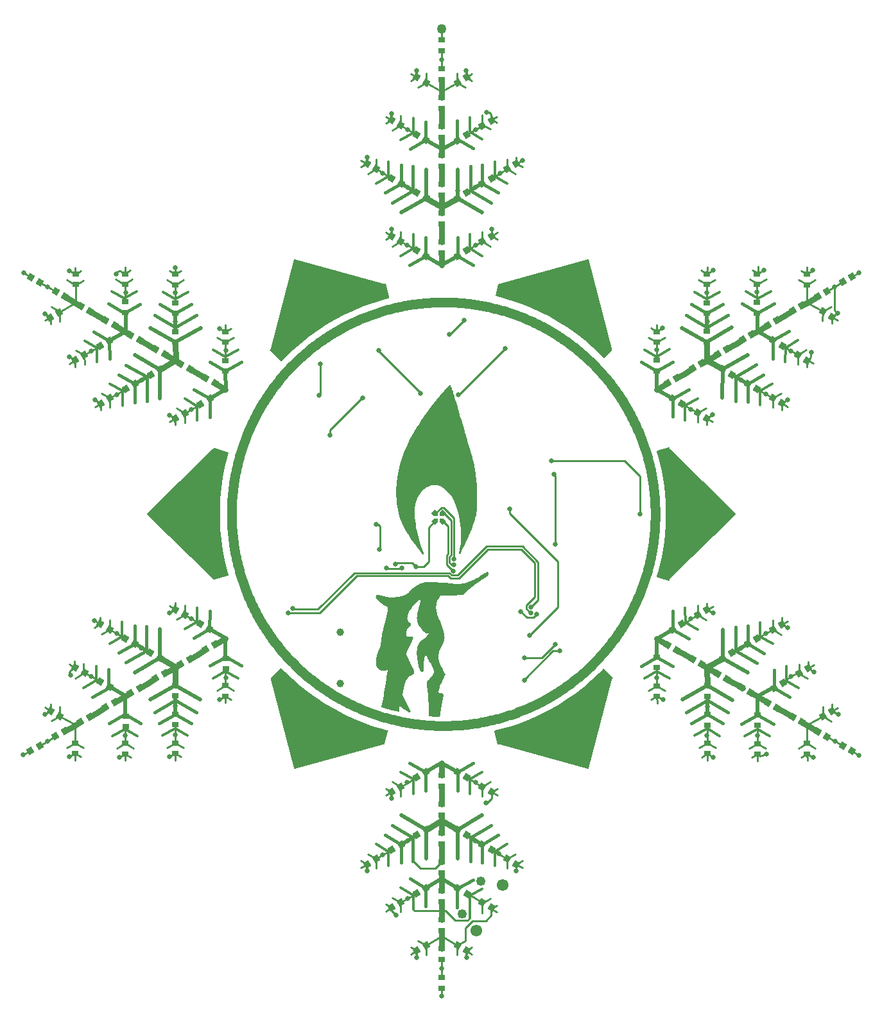
<source format=gtl>
G04*
G04 #@! TF.GenerationSoftware,Altium Limited,Altium Designer,18.1.9 (240)*
G04*
G04 Layer_Physical_Order=1*
G04 Layer_Color=255*
%FSLAX25Y25*%
%MOIN*%
G70*
G01*
G75*
%ADD10C,0.01000*%
G04:AMPARAMS|DCode=12|XSize=33.47mil|YSize=31.5mil|CornerRadius=0mil|HoleSize=0mil|Usage=FLASHONLY|Rotation=240.000|XOffset=0mil|YOffset=0mil|HoleType=Round|Shape=Rectangle|*
%AMROTATEDRECTD12*
4,1,4,-0.00527,0.02237,0.02200,0.00662,0.00527,-0.02237,-0.02200,-0.00662,-0.00527,0.02237,0.0*
%
%ADD12ROTATEDRECTD12*%

G04:AMPARAMS|DCode=13|XSize=33.47mil|YSize=31.5mil|CornerRadius=0mil|HoleSize=0mil|Usage=FLASHONLY|Rotation=300.000|XOffset=0mil|YOffset=0mil|HoleType=Round|Shape=Rectangle|*
%AMROTATEDRECTD13*
4,1,4,-0.02200,0.00662,0.00527,0.02237,0.02200,-0.00662,-0.00527,-0.02237,-0.02200,0.00662,0.0*
%
%ADD13ROTATEDRECTD13*%

%ADD14R,0.03347X0.03150*%
%ADD15C,0.00394*%
%ADD16C,0.05000*%
%ADD17C,0.01500*%
%ADD18C,0.01750*%
%ADD19C,0.02000*%
%ADD20C,0.01250*%
%ADD21C,0.03000*%
%ADD30C,0.03937*%
%ADD31C,0.04921*%
%ADD32C,0.06102*%
%ADD33C,0.06000*%
%ADD34C,0.02480*%
%ADD35C,0.05000*%
G36*
X339081Y394637D02*
X350850Y348520D01*
X350876Y348467D01*
X350887Y348409D01*
X350943Y348327D01*
X350986Y348237D01*
X351007Y348218D01*
X351062Y348149D01*
X351102Y347778D01*
X351087Y347668D01*
X351049Y347565D01*
X351046Y347559D01*
X346936Y343566D01*
X345001Y345511D01*
X340995Y349262D01*
X336817Y352821D01*
X332476Y356178D01*
X327981Y359327D01*
X323343Y362260D01*
X318572Y364971D01*
X313678Y367454D01*
X308672Y369704D01*
X303566Y371715D01*
X298371Y373483D01*
X293098Y375004D01*
X290436Y375671D01*
X291877Y381723D01*
X291883Y381732D01*
X291943Y381807D01*
X292031Y381877D01*
X292367Y382033D01*
X292461Y382021D01*
X292486Y382013D01*
X292585Y382021D01*
X292684Y382014D01*
X292740Y382033D01*
X292798Y382037D01*
X338623Y394900D01*
X339081Y394637D01*
D02*
G37*
G36*
X232136Y382037D02*
X232194Y382033D01*
X232250Y382014D01*
X232349Y382021D01*
X232448Y382013D01*
X232504Y382031D01*
X232562Y382035D01*
X232651Y382079D01*
X232746Y382110D01*
X232791Y382148D01*
X232843Y382174D01*
X232908Y382249D01*
X232919Y382258D01*
X232965Y382272D01*
X233006Y382278D01*
X233279Y382245D01*
X233408Y382214D01*
X233418Y382210D01*
X233465Y382185D01*
X235166Y375524D01*
X235278Y375071D01*
X235213Y374598D01*
X235153Y374522D01*
X235014Y374430D01*
X234933Y374410D01*
X232323Y373711D01*
X227156Y372131D01*
X222068Y370311D01*
X217071Y368256D01*
X212176Y365968D01*
X207393Y363455D01*
X202733Y360720D01*
X198206Y357771D01*
X193822Y354613D01*
X189590Y351253D01*
X185520Y347700D01*
X181621Y343959D01*
X180083Y342378D01*
X179737Y342022D01*
X179734Y342020D01*
X179429Y341908D01*
X179300Y341861D01*
X179286Y341861D01*
X179099Y341932D01*
X179026Y342001D01*
X173294Y347443D01*
X173295Y347486D01*
X173296Y347489D01*
X173344Y347655D01*
X173438Y347882D01*
X173465Y347917D01*
X173501Y347952D01*
X173514Y347957D01*
X173612Y347976D01*
X173661Y348008D01*
X173716Y348028D01*
X173790Y348094D01*
X173873Y348149D01*
X173905Y348198D01*
X173949Y348237D01*
X173992Y348327D01*
X174047Y348409D01*
X174059Y348467D01*
X174084Y348520D01*
X185854Y394636D01*
X186311Y394900D01*
X232136Y382037D01*
D02*
G37*
G36*
X265062Y262857D02*
X263670Y261466D01*
X261721D01*
Y263414D01*
X263113Y264806D01*
X265062Y262857D01*
D02*
G37*
G36*
X260463Y263414D02*
Y261466D01*
X258514D01*
X257122Y262857D01*
X259071Y264806D01*
X260463Y263414D01*
D02*
G37*
G36*
X265062Y258815D02*
X263113Y256867D01*
X261721Y258259D01*
Y260207D01*
X263670D01*
X265062Y258815D01*
D02*
G37*
G36*
X260463Y258259D02*
X259071Y256867D01*
X257122Y258815D01*
X258514Y260207D01*
X260463D01*
Y258259D01*
D02*
G37*
G36*
X267005Y329446D02*
X267152Y329351D01*
X267265Y329218D01*
X267406Y328902D01*
X267606Y328428D01*
X267799Y327950D01*
X267910Y327660D01*
X268070Y327226D01*
X268070Y327226D01*
X268227Y326791D01*
X268483Y326050D01*
X268743Y325261D01*
X268991Y324469D01*
X269110Y324071D01*
X269326Y323347D01*
X269754Y321900D01*
X270177Y320451D01*
X270597Y319001D01*
X270805Y318275D01*
X270805D01*
X270805Y318275D01*
X270939Y317806D01*
X271209Y316868D01*
X271481Y315931D01*
X271754Y314995D01*
X271891Y314526D01*
X271891D01*
X271891Y314526D01*
X272066Y313933D01*
X272415Y312747D01*
X272765Y311561D01*
X273116Y310375D01*
X273292Y309782D01*
X273474Y309168D01*
X273840Y307940D01*
X274207Y306712D01*
X274574Y305484D01*
X274758Y304871D01*
X274758D01*
X274921Y304331D01*
X275246Y303253D01*
X275572Y302175D01*
X275900Y301097D01*
X276064Y300558D01*
X276064Y300558D01*
X276064Y300558D01*
X276391Y299490D01*
X277020Y297348D01*
X277625Y295198D01*
X278207Y293042D01*
X278487Y291961D01*
X278487D01*
X278712Y291090D01*
X279126Y289339D01*
X279503Y287580D01*
X279845Y285814D01*
X279997Y284928D01*
X279997Y284928D01*
X279997Y284928D01*
X280137Y284114D01*
X280379Y282481D01*
X280583Y280843D01*
X280749Y279201D01*
X280813Y278378D01*
X280813Y278378D01*
X280813Y278378D01*
X280881Y277498D01*
X280984Y275736D01*
X281053Y273973D01*
X281089Y272209D01*
X281090Y271326D01*
X281090D01*
X281091Y270778D01*
X281085Y269682D01*
X281071Y268586D01*
X281049Y267490D01*
X281034Y266943D01*
X281034D01*
Y266943D01*
X281034D01*
X281034Y266941D01*
X281018Y266449D01*
X280988Y265863D01*
X280935Y265145D01*
X280876Y264547D01*
X280821Y264070D01*
X280759Y263596D01*
X280685Y263109D01*
X280570Y262472D01*
X280438Y261839D01*
X280267Y261128D01*
X280066Y260338D01*
X279854Y259551D01*
X279645Y258822D01*
X279512Y258377D01*
X279512D01*
X279512Y258377D01*
X279345Y257821D01*
X278980Y256718D01*
X278586Y255626D01*
X278162Y254543D01*
X277936Y254008D01*
X277742Y253548D01*
X277616Y253250D01*
X276961Y251739D01*
X276291Y250235D01*
X275606Y248738D01*
X275257Y247992D01*
X274892Y247216D01*
X274160Y245665D01*
X273422Y244115D01*
X272680Y242569D01*
X272515Y242227D01*
X272348Y241883D01*
X272027Y241796D01*
X271972Y241821D01*
X271634Y242115D01*
X271638Y242168D01*
X271657Y242351D01*
X271678Y242534D01*
X271689Y242626D01*
X271689D01*
X271703Y242738D01*
X271734Y242961D01*
X271769Y243183D01*
X271807Y243406D01*
X271851Y243643D01*
X271901Y243896D01*
X271954Y244148D01*
X272009Y244400D01*
X272038Y244526D01*
X272227Y245410D01*
X272519Y247194D01*
X272696Y248993D01*
X272757Y250800D01*
X272743Y251705D01*
X272700Y252759D01*
X272549Y254863D01*
X272313Y256960D01*
X271992Y259045D01*
X271799Y260082D01*
X271799Y260082D01*
X271593Y261079D01*
X271120Y263059D01*
X270566Y265017D01*
X269932Y266951D01*
X269585Y267908D01*
X269585Y267908D01*
X269585Y267908D01*
X269293Y268640D01*
X268614Y270061D01*
X267814Y271417D01*
X266898Y272698D01*
X266399Y273308D01*
X266057Y273695D01*
X265340Y274437D01*
X264578Y275134D01*
X263775Y275784D01*
X263360Y276090D01*
X263004Y276330D01*
X262258Y276751D01*
X261471Y277092D01*
X260653Y277348D01*
X260235Y277444D01*
X259842Y277511D01*
X259048Y277575D01*
X258251Y277545D01*
X257463Y277422D01*
X257076Y277326D01*
X256657Y277198D01*
X255836Y276888D01*
X255047Y276507D01*
X254294Y276058D01*
X253933Y275808D01*
X253467Y275452D01*
X252594Y274671D01*
X251806Y273804D01*
X251111Y272861D01*
X250800Y272364D01*
X250492Y271815D01*
X249946Y270681D01*
X249495Y269506D01*
X249144Y268298D01*
X249007Y267683D01*
X249007Y267683D01*
X249007Y267683D01*
X248870Y266946D01*
X248670Y265459D01*
X248569Y263962D01*
X248567Y262462D01*
X248603Y261713D01*
X248671Y260796D01*
X248856Y258965D01*
X249107Y257143D01*
X249424Y255331D01*
X249607Y254430D01*
X249677Y254103D01*
X249822Y253450D01*
X249972Y252798D01*
X250129Y252148D01*
X250209Y251823D01*
X250296Y251477D01*
X250474Y250786D01*
X250657Y250096D01*
X250816Y249513D01*
X250845Y249408D01*
X250940Y249064D01*
X250941Y249064D01*
X251030Y248749D01*
X251068Y248617D01*
X251212Y248119D01*
X251398Y247491D01*
X251589Y246864D01*
X251687Y246551D01*
X251687D01*
X251758Y246327D01*
X251907Y245881D01*
X252065Y245438D01*
X252231Y244999D01*
X252317Y244780D01*
X252317Y244780D01*
X252318Y244779D01*
X252501Y244315D01*
X252519Y244271D01*
X252649Y243930D01*
X252680Y243850D01*
X252841Y243417D01*
X252998Y242982D01*
X253000Y242975D01*
X253101Y242679D01*
X253103Y242674D01*
X253247Y242233D01*
X253247Y242233D01*
X253385Y241791D01*
X253400Y241742D01*
X252964Y241480D01*
X252713Y241768D01*
X252656Y241833D01*
X252337Y242201D01*
X252336D01*
X252020Y242570D01*
X251894Y242717D01*
X251604Y243065D01*
X251478Y243218D01*
X251175Y243590D01*
X251174Y243592D01*
X251174Y243592D01*
X250872Y243967D01*
X250667Y244224D01*
X250333Y244647D01*
X250000Y245073D01*
X249835Y245286D01*
X249835Y245286D01*
X249189Y246121D01*
X247932Y247818D01*
X246712Y249541D01*
X245527Y251289D01*
X244506Y252867D01*
X243672Y254288D01*
X242901Y255743D01*
X242194Y257231D01*
X241579Y258688D01*
X241058Y260112D01*
X240608Y261560D01*
X240230Y263029D01*
X239906Y264601D01*
X239624Y266273D01*
X239400Y267953D01*
X239237Y269639D01*
X239184Y270485D01*
X239184Y270485D01*
X239087Y272076D01*
X239084Y275264D01*
X239276Y278447D01*
X239660Y281611D01*
X240248Y284814D01*
X241022Y288046D01*
X241969Y291232D01*
X243085Y294363D01*
X243726Y295896D01*
X244451Y297631D01*
X246059Y301029D01*
X247822Y304350D01*
X249736Y307586D01*
X250767Y309159D01*
Y309159D01*
X251990Y311026D01*
X254540Y314691D01*
X257189Y318284D01*
X259937Y321803D01*
X261359Y323523D01*
X261359Y323523D01*
X261597Y323812D01*
X262076Y324386D01*
X262557Y324958D01*
X263040Y325528D01*
X263283Y325813D01*
X263492Y326056D01*
X263913Y326541D01*
X264336Y327024D01*
X264763Y327503D01*
X265163Y327945D01*
X265532Y328353D01*
X265903Y328760D01*
X266275Y329166D01*
X266489Y329399D01*
X266555Y329446D01*
X266629Y329479D01*
X266709Y329496D01*
X266837D01*
X267005Y329446D01*
D02*
G37*
G36*
X286598Y232360D02*
X286862Y232212D01*
X287033Y231963D01*
X287059Y231788D01*
X287064Y231738D01*
X287068Y231688D01*
X287070Y231638D01*
Y231551D01*
X287058Y231426D01*
X287036Y231302D01*
X287002Y231181D01*
X286979Y231121D01*
X286945Y231033D01*
X286858Y230869D01*
X286751Y230718D01*
X286626Y230582D01*
X286445Y230428D01*
X286223Y230243D01*
X285998Y230062D01*
X285771Y229884D01*
X285517Y229690D01*
X285235Y229482D01*
X284950Y229279D01*
X284662Y229080D01*
X284359Y228878D01*
X284041Y228671D01*
X283720Y228469D01*
X283397Y228270D01*
X283234Y228173D01*
X283047Y228060D01*
X282680Y227832D01*
X282316Y227599D01*
X281957Y227360D01*
X281778Y227238D01*
X281553Y227082D01*
X281109Y226772D01*
X280668Y226457D01*
X280229Y226139D01*
X280011Y225979D01*
X280010Y225978D01*
X280009Y225977D01*
X279783Y225810D01*
X279337Y225475D01*
X278894Y225137D01*
X278455Y224796D01*
X278236Y224623D01*
X278236Y224623D01*
X278234Y224622D01*
X278045Y224471D01*
X277671Y224168D01*
X277301Y223861D01*
X276935Y223548D01*
X276753Y223390D01*
X273448Y220498D01*
X273448D01*
X273415Y220469D01*
X273341Y220424D01*
X273261Y220393D01*
X273176Y220375D01*
X273132Y220374D01*
X267465Y220206D01*
X262053Y220045D01*
X260791Y218191D01*
X260790Y218190D01*
Y218190D01*
X260641Y217959D01*
X260377Y217479D01*
X260159Y216976D01*
X259989Y216454D01*
X259923Y216188D01*
X259923Y216188D01*
X259923Y216185D01*
X259861Y215881D01*
X259769Y215268D01*
X259721Y214650D01*
X259716Y214030D01*
X259730Y213720D01*
X259730Y213720D01*
X259730Y213717D01*
X259759Y213347D01*
X259849Y212612D01*
X259981Y211882D01*
X260156Y211162D01*
X260259Y210806D01*
X260393Y210379D01*
X260684Y209533D01*
X261004Y208697D01*
X261353Y207873D01*
X261539Y207466D01*
X261539Y207466D01*
X261540Y207464D01*
X261540Y207463D01*
X261627Y207278D01*
X261793Y206906D01*
X261953Y206530D01*
X262107Y206153D01*
X262181Y205962D01*
X262181Y205962D01*
X262181Y205962D01*
X262265Y205744D01*
X262430Y205306D01*
X262590Y204866D01*
X262746Y204424D01*
X262895Y203985D01*
X263038Y203549D01*
X263176Y203111D01*
X263309Y202672D01*
X263374Y202452D01*
X263374Y202452D01*
X263374Y202452D01*
X263427Y202271D01*
X263526Y201905D01*
X263617Y201539D01*
X263702Y201170D01*
X263791Y200739D01*
X263883Y200245D01*
X263964Y199750D01*
X264034Y199253D01*
X264063Y199002D01*
X264063Y199001D01*
X264072Y198926D01*
X264085Y198777D01*
X264094Y198628D01*
X264099Y198478D01*
Y198299D01*
X264090Y198089D01*
X264072Y197879D01*
X264046Y197670D01*
X263997Y197376D01*
X263912Y196998D01*
X263805Y196625D01*
X263677Y196260D01*
X263475Y195776D01*
X263215Y195169D01*
X262948Y194565D01*
X262743Y194115D01*
X262533Y193663D01*
X262533Y193662D01*
X262421Y193418D01*
X262352Y193269D01*
X262326Y193209D01*
X262006Y192475D01*
X261682Y191673D01*
X261379Y190862D01*
X261236Y190454D01*
X261235Y190451D01*
X261152Y190189D01*
X261018Y189657D01*
X260928Y189116D01*
X260884Y188570D01*
X260879Y188295D01*
X260879Y188295D01*
X260879Y188293D01*
X260886Y188021D01*
X260934Y187480D01*
X261028Y186945D01*
X261118Y186606D01*
X261167Y186419D01*
X261199Y186324D01*
X261254Y186162D01*
X261399Y185766D01*
X261414Y185728D01*
X261705Y184982D01*
X262034Y184206D01*
X262385Y183440D01*
X262569Y183061D01*
X264426Y179295D01*
X264426Y179295D01*
X264439Y179270D01*
X264458Y179215D01*
X264471Y179159D01*
X264477Y179102D01*
Y179046D01*
X264472Y178992D01*
X264460Y178940D01*
X264443Y178888D01*
X264431Y178864D01*
X262500Y174674D01*
X262500D01*
X262499Y174672D01*
X262338Y174318D01*
X262027Y173608D01*
X261729Y172892D01*
X261444Y172170D01*
X261307Y171807D01*
X261306Y171804D01*
X261306Y171804D01*
X261306Y171804D01*
X261305Y171801D01*
X261239Y171611D01*
X261133Y171222D01*
X261062Y170825D01*
X261026Y170424D01*
X261022Y170222D01*
X261022Y170221D01*
Y170220D01*
X261022Y170219D01*
X261027Y170138D01*
X261062Y169979D01*
X261131Y169831D01*
X261230Y169702D01*
X261289Y169646D01*
X261291Y169645D01*
X261291D01*
Y169645D01*
X261291D01*
X261373Y169582D01*
X261553Y169478D01*
X261748Y169407D01*
X261748Y169407D01*
X261952Y169372D01*
X261987Y169370D01*
X262055Y169367D01*
X262055Y169367D01*
X262396Y169343D01*
X262720Y169304D01*
X262720Y169304D01*
X263145Y169123D01*
X263258Y169032D01*
X263376Y168902D01*
X263460Y168763D01*
X263563Y168306D01*
X263506Y167842D01*
X263488Y167763D01*
X263466Y167688D01*
X263465Y167688D01*
X263465Y167687D01*
X263464Y167684D01*
X263444Y167613D01*
X263405Y167470D01*
X263369Y167327D01*
X263337Y167183D01*
X263322Y167110D01*
X263322Y167110D01*
X263322Y167109D01*
X263289Y166944D01*
X263225Y166617D01*
X263162Y166290D01*
X263101Y165963D01*
X263070Y165800D01*
X263070Y165799D01*
X263034Y165602D01*
X262964Y165213D01*
X262895Y164824D01*
X262827Y164434D01*
X262793Y164237D01*
X262793Y164236D01*
X262758Y164031D01*
X262690Y163619D01*
X262623Y163208D01*
X262557Y162796D01*
X262525Y162588D01*
X262525Y162587D01*
X262524Y162587D01*
X262491Y162376D01*
X262424Y161953D01*
X262357Y161530D01*
X262289Y161108D01*
X262254Y160896D01*
X262220Y160689D01*
X262152Y160275D01*
X262083Y159861D01*
X262013Y159447D01*
X261941Y159025D01*
X261867Y158593D01*
X261791Y158161D01*
X261715Y157730D01*
X261658Y157410D01*
X261540Y157235D01*
X261361Y157122D01*
X261152Y157091D01*
X261050Y157119D01*
X260473Y157133D01*
X259320Y157172D01*
X258168Y157224D01*
X257016Y157289D01*
X256328Y157335D01*
X256131Y157446D01*
X256000Y157630D01*
X255961Y157853D01*
X255991Y157962D01*
X255990Y157969D01*
X255989Y157983D01*
X255988Y157997D01*
X255987Y158011D01*
X255987Y158018D01*
X255958Y159196D01*
X255886Y161551D01*
X255797Y163905D01*
X255689Y166259D01*
X255653Y166949D01*
X255628Y167435D01*
X255628Y167438D01*
X255628Y167440D01*
X255627Y167441D01*
X255589Y168054D01*
X255482Y169278D01*
X255333Y170497D01*
X255143Y171710D01*
X255033Y172315D01*
X255030Y172330D01*
X255009Y172447D01*
X254944Y172808D01*
X254920Y172948D01*
X254857Y173370D01*
X254842Y173488D01*
X254806Y173781D01*
X254779Y174005D01*
X254779Y174006D01*
X254772Y174503D01*
X254794Y174708D01*
X254854Y174984D01*
X254944Y175252D01*
X255062Y175509D01*
X255206Y175752D01*
X255375Y175979D01*
X255471Y176083D01*
X255619Y176244D01*
X255923Y176559D01*
X256232Y176870D01*
X256347Y176981D01*
X256474Y177101D01*
X256710Y177325D01*
X256908Y177516D01*
X257061Y177680D01*
X257284Y177919D01*
X257631Y178346D01*
X257824Y178622D01*
X257947Y178797D01*
X257969Y178833D01*
X258092Y179031D01*
X258096Y179036D01*
X258192Y179210D01*
X258348Y179576D01*
X258454Y179960D01*
X258508Y180354D01*
X258508Y180360D01*
X258515Y180553D01*
X258515Y180562D01*
X258515Y180564D01*
X258507Y180812D01*
X258481Y181053D01*
X258454Y181303D01*
X258350Y181787D01*
X258197Y182257D01*
X258102Y182485D01*
X257932Y182859D01*
X257575Y183598D01*
X257196Y184327D01*
X256821Y184994D01*
X256794Y185043D01*
X256585Y185396D01*
X256346Y185797D01*
X256279Y185909D01*
X256080Y186253D01*
X256014Y186367D01*
X255786Y186769D01*
X255785Y186771D01*
X255560Y187179D01*
X255524Y187244D01*
X255355Y187562D01*
X255319Y187630D01*
X255107Y188041D01*
X255107Y188042D01*
X255107Y188042D01*
X254900Y188456D01*
X254782Y188697D01*
X254716Y188838D01*
X254534Y189233D01*
X254500Y189205D01*
X254433Y189146D01*
X254367Y189086D01*
X254302Y189024D01*
X254271Y188993D01*
X254270Y188992D01*
X254270Y188992D01*
X254268Y188990D01*
X254208Y188927D01*
X254208Y188927D01*
X254096Y188793D01*
X253997Y188649D01*
X253911Y188497D01*
X253873Y188419D01*
X253828Y188314D01*
X253745Y188101D01*
X253675Y187883D01*
X253618Y187662D01*
X253594Y187550D01*
X253563Y187388D01*
X253510Y187061D01*
X253469Y186732D01*
X253441Y186402D01*
X253431Y186237D01*
X253420Y185981D01*
X253401Y185469D01*
X253389Y184957D01*
X253383Y184444D01*
X253382Y184188D01*
X253382D01*
Y183914D01*
X253379Y183368D01*
X253373Y182821D01*
X253364Y182274D01*
X253358Y182001D01*
X253358Y182001D01*
X253355Y181869D01*
X253336Y181606D01*
X253305Y181344D01*
X253260Y181085D01*
X253232Y180956D01*
X253232Y180956D01*
X253204Y180833D01*
X253073Y180619D01*
X252979Y180541D01*
X252517Y180366D01*
X252254Y180476D01*
X252134Y180526D01*
X252081Y180531D01*
X251978Y180563D01*
X251884Y180615D01*
X251804Y180687D01*
X251772Y180730D01*
X251644Y180905D01*
X251419Y181277D01*
X251227Y181667D01*
X251159Y181842D01*
X251009Y182280D01*
X251009Y182280D01*
X250881Y182727D01*
X250739Y183254D01*
X250576Y183907D01*
X250456Y184434D01*
X250358Y184893D01*
X250264Y185354D01*
X250148Y185977D01*
X250029Y186703D01*
X249924Y187431D01*
X249880Y187797D01*
X249880D01*
X249840Y188123D01*
X249781Y188778D01*
X249741Y189435D01*
X249721Y190093D01*
Y190718D01*
X249745Y191310D01*
X249793Y191900D01*
X249865Y192487D01*
X249955Y193034D01*
X250072Y193537D01*
X250223Y194030D01*
X250334Y194322D01*
X250514Y194747D01*
X250514D01*
X250724Y195160D01*
X250838Y195364D01*
X251097Y195751D01*
X251385Y196115D01*
X251699Y196453D01*
X252037Y196760D01*
X252400Y197036D01*
X252560Y197137D01*
X252826Y197291D01*
X252988Y197384D01*
X252992Y197386D01*
X253072Y197429D01*
X253227Y197521D01*
X253228Y197521D01*
X253378Y197621D01*
X253379Y197621D01*
X253407Y197643D01*
X253524Y197730D01*
X253594Y197787D01*
X253595Y197788D01*
X253596Y197789D01*
X253693Y197871D01*
X253883Y198038D01*
X253985Y198133D01*
X254069Y198211D01*
X254070Y198212D01*
X254250Y198388D01*
X254339Y198479D01*
X254341Y198481D01*
X254395Y198537D01*
X254435Y198579D01*
X254618Y198778D01*
X254619Y198779D01*
X254677Y198845D01*
X254797Y198983D01*
X254971Y199192D01*
X255055Y199298D01*
X255130Y199395D01*
X255274Y199591D01*
X255412Y199793D01*
X255543Y199998D01*
X255606Y200103D01*
X255668Y200209D01*
X255790Y200423D01*
X255910Y200638D01*
X256028Y200854D01*
X256086Y200963D01*
X256086Y200963D01*
X256085Y200962D01*
X255765Y200693D01*
X255632Y200609D01*
X255468Y200538D01*
X255242Y200486D01*
X255014Y200477D01*
X254791Y200501D01*
X254574Y200558D01*
X254368Y200647D01*
X254273Y200707D01*
X254273Y200707D01*
X254155Y200781D01*
X253929Y200943D01*
X253713Y201119D01*
X253508Y201308D01*
X253251Y201578D01*
X252934Y201920D01*
X252620Y202264D01*
X252480Y202422D01*
X252159Y202787D01*
X252158Y202788D01*
X251844Y203159D01*
X251482Y203620D01*
X251070Y204203D01*
X250747Y204714D01*
X250513Y205117D01*
X250513Y205118D01*
X250513Y205118D01*
X250300Y205529D01*
X250130Y205918D01*
X249950Y206482D01*
X249830Y207062D01*
X249799Y207357D01*
X249765Y207697D01*
X249745Y208381D01*
X249774Y209065D01*
X249839Y209614D01*
X249919Y210081D01*
X249919Y210081D01*
X250024Y210630D01*
X250252Y211724D01*
X250498Y212814D01*
X250762Y213900D01*
X250903Y214445D01*
X250957Y214655D01*
X251064Y215077D01*
X251168Y215499D01*
X251269Y215922D01*
X251319Y216133D01*
X251320Y216139D01*
X251362Y216321D01*
X251443Y216684D01*
X251520Y217048D01*
X251594Y217413D01*
X251612Y217506D01*
X251630Y217596D01*
X251630Y217596D01*
X251630Y217597D01*
X251630Y217599D01*
X251644Y217672D01*
X251653Y217718D01*
X251698Y217955D01*
X251742Y218193D01*
X251785Y218430D01*
X251806Y218549D01*
X251631Y218426D01*
X251286Y218172D01*
X250948Y217909D01*
X250616Y217637D01*
X250453Y217497D01*
Y217497D01*
X250232Y217303D01*
X249798Y216903D01*
X249377Y216492D01*
X248968Y216067D01*
X248768Y215850D01*
X248766Y215848D01*
X248548Y215604D01*
X248120Y215110D01*
X247703Y214607D01*
X247298Y214095D01*
X247099Y213835D01*
X247098Y213833D01*
X246877Y213534D01*
X246457Y212924D01*
X246064Y212296D01*
X245699Y211652D01*
X245528Y211324D01*
X245528Y211324D01*
X245526Y211321D01*
X245398Y211057D01*
X245174Y210516D01*
X244992Y209959D01*
X244854Y209390D01*
X244802Y209101D01*
X244802Y209099D01*
X244801Y209096D01*
X244774Y208885D01*
X244754Y208461D01*
X244781Y208038D01*
X244855Y207620D01*
X244909Y207415D01*
X244910Y207412D01*
X244961Y207262D01*
X245104Y206979D01*
X245296Y206727D01*
X245530Y206514D01*
X245585Y206475D01*
X245660Y206423D01*
X245660D01*
X245996Y206193D01*
X246321Y205938D01*
X246321D01*
X246584Y205555D01*
X246624Y205371D01*
Y205262D01*
X246623Y205231D01*
X246621Y205200D01*
X246618Y205169D01*
X246616Y205153D01*
X246616Y205153D01*
X246616Y205153D01*
X246602Y205060D01*
X246548Y204880D01*
X246298Y204483D01*
X246292Y204477D01*
X246203Y204381D01*
X245883Y204037D01*
X245776Y203926D01*
X245562Y203707D01*
X245454Y203598D01*
X245452Y203596D01*
Y203596D01*
X245378Y203521D01*
X245236Y203364D01*
X245102Y203200D01*
X244976Y203031D01*
X244916Y202943D01*
X244915Y202943D01*
X244915Y202942D01*
X244914Y202941D01*
X244914D01*
X244858Y202855D01*
X244754Y202679D01*
X244659Y202498D01*
X244573Y202311D01*
X244534Y202217D01*
X244533Y202214D01*
X244496Y202116D01*
X244429Y201918D01*
X244373Y201716D01*
X244373Y201716D01*
X244326Y201512D01*
X244322Y201489D01*
X244307Y201410D01*
X244307D01*
X244307Y201407D01*
X244307Y201407D01*
X244306Y201404D01*
X244292Y201313D01*
X244288Y201290D01*
X244259Y201062D01*
X244259Y201062D01*
X244239Y200832D01*
X244230Y200602D01*
X244228Y200487D01*
X244229Y200337D01*
X244235Y200038D01*
X244248Y199739D01*
X244266Y199440D01*
X244278Y199291D01*
X244278Y199286D01*
X244279Y199276D01*
X244279Y199265D01*
X244280Y199255D01*
Y199236D01*
X244278Y199208D01*
X244275Y199180D01*
X244270Y199153D01*
X244267Y199139D01*
X244268Y199139D01*
X244397Y199023D01*
X244431Y198995D01*
X244470Y198974D01*
X244512Y198961D01*
X244512Y198961D01*
X244533Y198957D01*
X244533Y198957D01*
X244653Y198942D01*
X244653Y198942D01*
X244691Y198939D01*
X244893Y198919D01*
X244894Y198919D01*
X245014Y198911D01*
X245136Y198903D01*
X245377Y198896D01*
X245498Y198895D01*
X245588D01*
X245766Y198892D01*
X245944Y198886D01*
X246122Y198877D01*
X246289Y198866D01*
X246446Y198851D01*
X246603Y198832D01*
X246759Y198809D01*
X246897Y198785D01*
X247017Y198760D01*
X247137Y198733D01*
X247256Y198702D01*
X247363Y198672D01*
X247453Y198626D01*
X247531Y198563D01*
X247596Y198485D01*
X247619Y198441D01*
X247772Y198081D01*
Y198081D01*
X247666Y197625D01*
X247621Y197525D01*
X247503Y197266D01*
X247384Y197007D01*
X247265Y196748D01*
X247205Y196619D01*
X247134Y196467D01*
X246991Y196163D01*
X246847Y195860D01*
X246702Y195558D01*
X246544Y195235D01*
X246375Y194891D01*
X246204Y194547D01*
X246033Y194204D01*
X245946Y194032D01*
X245945Y194032D01*
X245945Y194031D01*
X245945Y194030D01*
X245859Y193859D01*
X245689Y193516D01*
X245522Y193171D01*
X245358Y192825D01*
X245277Y192652D01*
X245276Y192649D01*
X245276Y192649D01*
X245276D01*
X245203Y192490D01*
X245059Y192171D01*
X244919Y191851D01*
X244782Y191529D01*
X244715Y191368D01*
X244715Y191368D01*
X244659Y191231D01*
X244551Y190962D01*
X244445Y190691D01*
X244342Y190420D01*
X244291Y190285D01*
X244291Y190285D01*
X244284Y190267D01*
X244268Y190233D01*
X244250Y190199D01*
X244229Y190168D01*
X244218Y190153D01*
X244224Y190135D01*
X244233Y190098D01*
X244239Y190061D01*
X244243Y190023D01*
X244243Y190005D01*
X244245Y189965D01*
X244253Y189887D01*
X244269Y189810D01*
X244292Y189734D01*
X244306Y189697D01*
X244306Y189697D01*
X244306Y189695D01*
X244307Y189695D01*
X244378Y189519D01*
X244520Y189174D01*
X244664Y188829D01*
X244809Y188486D01*
X244883Y188314D01*
X244883Y188313D01*
X244883Y188312D01*
X244884Y188312D01*
X244973Y188105D01*
X245153Y187695D01*
X245337Y187286D01*
X245524Y186879D01*
X245562Y186799D01*
X245619Y186676D01*
X245620Y186673D01*
X245620Y186673D01*
X245620Y186673D01*
X245620Y186673D01*
X245726Y186447D01*
X245834Y186221D01*
X245941Y185997D01*
X246158Y185547D01*
X246377Y185099D01*
X246488Y184876D01*
X246490Y184873D01*
X246679Y184493D01*
X247055Y183730D01*
X247428Y182966D01*
X247799Y182201D01*
X247983Y181818D01*
X248049Y181679D01*
X248164Y181394D01*
X248260Y181103D01*
X248338Y180805D01*
X248368Y180654D01*
X248373Y180625D01*
X248382Y180566D01*
X248388Y180506D01*
X248391Y180446D01*
Y180309D01*
X248354Y180097D01*
X248281Y179894D01*
X248175Y179707D01*
X248107Y179624D01*
Y179624D01*
X248107D01*
X248023Y179522D01*
X247835Y179335D01*
X247629Y179168D01*
X247407Y179023D01*
X247288Y178962D01*
X247286Y178962D01*
X247054Y178838D01*
X246598Y178575D01*
X246156Y178291D01*
X245728Y177985D01*
X245520Y177825D01*
X245516Y177822D01*
X245355Y177689D01*
X245048Y177403D01*
X244766Y177092D01*
X244510Y176760D01*
X244486Y176724D01*
X244393Y176586D01*
X244391Y176583D01*
X244324Y176474D01*
X244268Y176384D01*
X244043Y175974D01*
X243847Y175548D01*
X243682Y175110D01*
X243612Y174887D01*
X243611Y174885D01*
X243516Y174557D01*
X243341Y173901D01*
X243185Y173240D01*
X243046Y172575D01*
X242984Y172241D01*
X242282Y168314D01*
X244307Y164368D01*
X246409Y160271D01*
X246409Y160271D01*
X246422Y160245D01*
X246443Y160189D01*
X246457Y160131D01*
X246464Y160072D01*
Y159911D01*
X246335Y159682D01*
X246110Y159545D01*
X245848Y159537D01*
X245731Y159598D01*
X244572Y160197D01*
X244128Y160426D01*
X244124Y160429D01*
X243694Y160665D01*
X243681Y160673D01*
X243506Y160778D01*
X243420Y160833D01*
X243420D01*
X243328Y160891D01*
X243147Y161011D01*
X242968Y161134D01*
X242792Y161259D01*
X242704Y161324D01*
X242623Y161384D01*
X242462Y161507D01*
X242304Y161633D01*
X242148Y161762D01*
X242071Y161828D01*
D01*
X241902Y162126D01*
Y162126D01*
X241614Y162295D01*
X241593Y162315D01*
X241577Y162334D01*
X241516Y162401D01*
X241515Y162401D01*
X241451Y162466D01*
X241450Y162466D01*
X241383Y162527D01*
X241369Y162539D01*
X241348Y162556D01*
X241346Y162558D01*
X241346Y162558D01*
X241328Y162572D01*
X241328Y162572D01*
X241316Y162581D01*
X241316Y162581D01*
X241255Y162625D01*
X241255D01*
X241191Y162665D01*
X241191D01*
X240976Y162791D01*
X240976Y162791D01*
X240976Y162791D01*
X240971Y162788D01*
X240971Y162788D01*
X240971Y162787D01*
X240924Y162754D01*
X240877Y162708D01*
X240843Y162674D01*
X240843D01*
X240783Y162576D01*
X240783Y162576D01*
X240746Y162468D01*
X240746Y162468D01*
X240738Y162411D01*
X240738Y162411D01*
Y162411D01*
X240738Y162411D01*
X240738Y162410D01*
X240738Y162410D01*
X240738Y162410D01*
X240738Y162410D01*
X240738Y162409D01*
X240738Y162409D01*
X240738Y162409D01*
X240738Y162409D01*
X240738Y162409D01*
X240738Y162409D01*
X240737Y162408D01*
X240737Y162408D01*
X240737Y162407D01*
X240737Y162407D01*
X240737Y162406D01*
X240737Y162406D01*
X240737Y162406D01*
X240737Y162406D01*
X240733Y162354D01*
X240717Y162138D01*
X240694Y161602D01*
X240697Y161065D01*
X240724Y160529D01*
X240746Y160261D01*
X240747Y160255D01*
X240748Y160243D01*
X240748Y160231D01*
X240749Y160219D01*
Y160110D01*
X240667Y159921D01*
X240518Y159779D01*
X240325Y159707D01*
X240222Y159712D01*
X240205Y159712D01*
X240171Y159712D01*
X240136Y159715D01*
X240102Y159721D01*
X239007Y159970D01*
X236862Y160506D01*
X234728Y161087D01*
X232607Y161713D01*
X231554Y162048D01*
X231452Y162081D01*
X231292Y162223D01*
X231205Y162417D01*
X231204Y162631D01*
X231247Y162729D01*
X231247Y162732D01*
X231249Y162738D01*
X231250Y162745D01*
X231252Y162751D01*
X231253Y162754D01*
X231446Y163516D01*
X231809Y165045D01*
X232144Y166580D01*
X232450Y168122D01*
X232592Y168896D01*
X232592Y168897D01*
X232592Y168898D01*
X232592Y168898D01*
X232730Y169674D01*
X233001Y171226D01*
X233266Y172779D01*
X233526Y174333D01*
X233653Y175110D01*
X233653Y175111D01*
X233654Y175113D01*
X233654Y175113D01*
X233790Y175949D01*
X234062Y177621D01*
X234332Y179294D01*
X234602Y180966D01*
X234736Y181803D01*
X234617Y181800D01*
X234600Y181781D01*
X234561Y181746D01*
X234520Y181715D01*
X234475Y181689D01*
X234452Y181679D01*
X234396Y181654D01*
X234286Y181602D01*
X234177Y181548D01*
X234070Y181493D01*
X234016Y181465D01*
X234015Y181464D01*
X233833Y181367D01*
X233452Y181219D01*
X233056Y181120D01*
X232650Y181069D01*
X232446Y181069D01*
X232446Y181069D01*
X232446Y181069D01*
X232237Y181068D01*
X231821Y181111D01*
X231412Y181198D01*
X231014Y181326D01*
X230632Y181495D01*
X230269Y181704D01*
X229930Y181949D01*
X229826Y182043D01*
X229479Y182384D01*
Y182384D01*
X229183Y182761D01*
X229107Y182870D01*
X228914Y183230D01*
X228861Y183369D01*
X228717Y183809D01*
X228619Y184269D01*
X228577Y184505D01*
X228526Y184976D01*
X228518Y185186D01*
X228516Y185685D01*
X228538Y186176D01*
X228562Y186551D01*
X228620Y187127D01*
X228696Y187700D01*
X228743Y187985D01*
X228793Y188283D01*
X228912Y188875D01*
X229051Y189463D01*
X229166Y189888D01*
X229297Y190334D01*
X229297Y190334D01*
X229441Y190774D01*
X229561Y191106D01*
X229768Y191609D01*
X229904Y191896D01*
X230076Y192239D01*
X230128Y192344D01*
X230129Y192344D01*
X230162Y192409D01*
X230180Y192443D01*
X230275Y192643D01*
X230276Y192644D01*
X230319Y192746D01*
X230363Y192849D01*
X230363Y192850D01*
X230442Y193057D01*
X230478Y193162D01*
X230526Y193308D01*
X230614Y193593D01*
X230615Y193595D01*
X230627Y193637D01*
X230684Y193836D01*
X230697Y193882D01*
X230698Y193884D01*
X230774Y194172D01*
X230810Y194317D01*
X230811Y194321D01*
X230811Y194321D01*
X230847Y194473D01*
X230913Y194775D01*
X230914Y194777D01*
X230919Y194805D01*
X230969Y195054D01*
X230975Y195082D01*
X230975Y195084D01*
X231029Y195389D01*
X231037Y195439D01*
X231054Y195543D01*
X231055Y195546D01*
X231055Y195546D01*
X231069Y195639D01*
X231075Y195682D01*
X231110Y195954D01*
X231110Y195956D01*
X231118Y196033D01*
X231137Y196230D01*
X231156Y196505D01*
X231163Y196642D01*
X231163Y196642D01*
X231171Y196822D01*
X231196Y197182D01*
X231233Y197540D01*
X231279Y197897D01*
X231350Y198336D01*
X231439Y198857D01*
X231532Y199378D01*
X231630Y199897D01*
X231682Y200156D01*
X231682Y200157D01*
X231740Y200448D01*
X231860Y201030D01*
X231986Y201610D01*
X232117Y202189D01*
X232251Y202761D01*
X232389Y203324D01*
X232533Y203885D01*
X232628Y204242D01*
X232759Y204725D01*
X232760Y204727D01*
Y204728D01*
X232835Y205000D01*
X232892Y205209D01*
X232983Y205547D01*
X233129Y206094D01*
X233218Y206432D01*
X233273Y206641D01*
X233345Y206918D01*
X233415Y207192D01*
X233468Y207401D01*
X233554Y207739D01*
X233690Y208287D01*
X233773Y208626D01*
X233824Y208836D01*
X233891Y209114D01*
X233948Y209353D01*
X234061Y209832D01*
X234172Y210312D01*
X234281Y210792D01*
X234335Y211035D01*
X234335Y211035D01*
X234366Y211178D01*
X234424Y211461D01*
X234424Y211463D01*
X234436Y211523D01*
X234467Y211690D01*
X234478Y211749D01*
X234478Y211752D01*
X234527Y212036D01*
X234538Y212105D01*
X234549Y212180D01*
X234549Y212180D01*
X234550Y212183D01*
X234573Y212342D01*
X234612Y212660D01*
X234612Y212661D01*
X234613Y212675D01*
X234640Y212966D01*
X234642Y212981D01*
X234642Y212982D01*
X234663Y213301D01*
X234669Y213464D01*
X234669Y213464D01*
X234670Y213468D01*
X234670Y213473D01*
X234670Y213475D01*
X234670Y213482D01*
X234670Y213482D01*
X234670Y213490D01*
X234670Y213490D01*
X234670Y213493D01*
X234670Y213493D01*
X234668Y213549D01*
X234668Y213549D01*
X234668Y213550D01*
X234668Y213550D01*
X234654Y213662D01*
X234654Y213662D01*
X234625Y213772D01*
X234625Y213772D01*
X234582Y213877D01*
X234582Y213877D01*
X234556Y213927D01*
X234556Y213927D01*
X234556D01*
X234555Y213929D01*
X234517Y213991D01*
X234431Y214107D01*
X234333Y214213D01*
X234222Y214307D01*
X234163Y214349D01*
X234163D01*
X234162Y214350D01*
X234160Y214351D01*
X233994Y214460D01*
X233660Y214673D01*
X233321Y214879D01*
X232979Y215080D01*
X232806Y215178D01*
X232802Y215180D01*
X232656Y215267D01*
X232378Y215432D01*
X232185Y215552D01*
X231788Y215824D01*
X231403Y216113D01*
X231217Y216266D01*
X231217Y216266D01*
X231018Y216430D01*
X230631Y216772D01*
X230256Y217126D01*
X230059Y217326D01*
X229718Y217684D01*
X229386Y218057D01*
X229278Y218181D01*
X229000Y218523D01*
X228733Y218873D01*
X228504Y219192D01*
X228412Y219526D01*
X228441Y219870D01*
X228460Y219909D01*
X228711Y220305D01*
X229130Y220502D01*
X229238Y220509D01*
X229447Y220473D01*
X229699Y220428D01*
X229952Y220382D01*
X230204Y220336D01*
X230481Y220283D01*
X230782Y220223D01*
X231082Y220160D01*
X231382Y220094D01*
X231531Y220060D01*
X231704Y220020D01*
X232049Y219939D01*
X232393Y219855D01*
X232737Y219770D01*
X232908Y219726D01*
X233146Y219667D01*
X233623Y219554D01*
X234101Y219451D01*
X234581Y219357D01*
X234822Y219313D01*
X235015Y219281D01*
X235400Y219226D01*
X235788Y219184D01*
X236177Y219156D01*
X236371Y219147D01*
X236569Y219141D01*
X236964Y219139D01*
X237359Y219150D01*
X237753Y219174D01*
X237822Y219180D01*
X237950Y219191D01*
X238202Y219216D01*
X238429Y219242D01*
X238706Y219273D01*
X239208Y219339D01*
X239481Y219379D01*
X239491Y219381D01*
X239492Y219381D01*
X239710Y219413D01*
X239960Y219454D01*
X239960Y219454D01*
X239960Y219454D01*
X240226Y219499D01*
X240425Y219537D01*
X240426Y219537D01*
X240442Y219540D01*
X240756Y219599D01*
X241283Y219710D01*
X241591Y219782D01*
X241615Y219788D01*
X241616Y219788D01*
X241808Y219833D01*
X242069Y219899D01*
X242069Y219899D01*
X242249Y219947D01*
X242603Y220060D01*
X242951Y220192D01*
X243290Y220342D01*
X243457Y220425D01*
X243631Y220517D01*
X243972Y220714D01*
X244302Y220928D01*
X244621Y221159D01*
X244686Y221210D01*
X244776Y221280D01*
X244778Y221282D01*
X244914Y221392D01*
X245019Y221476D01*
X245165Y221597D01*
X245494Y221870D01*
X245963Y222272D01*
X246286Y222559D01*
X246425Y222681D01*
X246516Y222764D01*
X246654Y222889D01*
X247075Y223274D01*
X247944Y224005D01*
X248843Y224700D01*
X249769Y225358D01*
X250246Y225667D01*
X250246Y225667D01*
X250246Y225667D01*
X250641Y225919D01*
X251371Y226290D01*
X252173Y226595D01*
X253004Y226813D01*
X253970Y226960D01*
X255060Y227067D01*
X256155Y227115D01*
X257251Y227103D01*
X259130Y226983D01*
X261796Y226800D01*
X264460Y226603D01*
X267123Y226393D01*
X268457Y226282D01*
X268911Y226247D01*
X269819Y226200D01*
X270729Y226182D01*
X271600Y226191D01*
X271639Y226192D01*
X272094Y226208D01*
X272097Y226208D01*
X272470Y226229D01*
X272585Y226240D01*
X273212Y226301D01*
X273948Y226413D01*
X274677Y226566D01*
X275039Y226657D01*
X275041Y226657D01*
X275043Y226658D01*
X275429Y226765D01*
X276192Y227009D01*
X276942Y227289D01*
X277591Y227568D01*
X277678Y227605D01*
X277755Y227642D01*
X278040Y227777D01*
X278046Y227780D01*
X278539Y228024D01*
X279518Y228528D01*
X280487Y229052D01*
X281445Y229595D01*
X281919Y229874D01*
X281919Y229874D01*
Y229874D01*
X282347Y230129D01*
X283202Y230637D01*
X284057Y231144D01*
X284913Y231650D01*
X285341Y231903D01*
X285341Y231903D01*
X285439Y231961D01*
X285640Y232071D01*
X285844Y232175D01*
X286051Y232271D01*
X286295Y232376D01*
X286598Y232360D01*
D02*
G37*
G36*
X151917Y294500D02*
X151202Y291894D01*
X149956Y286635D01*
X148955Y281323D01*
X148203Y275971D01*
X147701Y270590D01*
X147450Y265191D01*
X147451Y259786D01*
X147703Y254387D01*
X148206Y249006D01*
X148959Y243654D01*
X149960Y238343D01*
X151208Y233084D01*
X151791Y230960D01*
X151923Y230478D01*
X151477Y230347D01*
X144487Y228306D01*
X144477Y228307D01*
X144378Y228323D01*
X144274Y228364D01*
X143972Y228579D01*
X143936Y228666D01*
X143930Y228692D01*
X143874Y228774D01*
X143830Y228863D01*
X143786Y228902D01*
X143753Y228950D01*
X109700Y262203D01*
Y262732D01*
X143753Y295985D01*
X143786Y296033D01*
X143830Y296072D01*
X143874Y296161D01*
X143930Y296243D01*
X143936Y296269D01*
X143971Y296355D01*
X144272Y296572D01*
X144376Y296613D01*
X144478Y296630D01*
X144487Y296631D01*
X151917Y294500D01*
D02*
G37*
G36*
X380683Y297184D02*
X380688Y297180D01*
X380799Y297064D01*
X380953Y296863D01*
X380970Y296822D01*
X380981Y296773D01*
X380979Y296760D01*
X380947Y296666D01*
X380950Y296607D01*
X380940Y296550D01*
X380960Y296452D01*
X380966Y296353D01*
X380992Y296300D01*
X381004Y296243D01*
X381061Y296161D01*
X381104Y296072D01*
X381148Y296033D01*
X381181Y295985D01*
X415235Y262732D01*
Y262203D01*
X381181Y228950D01*
X381148Y228902D01*
X381104Y228863D01*
X381061Y228774D01*
X381004Y228692D01*
X380992Y228634D01*
X380966Y228582D01*
X380960Y228483D01*
X380940Y228385D01*
X380950Y228327D01*
X380947Y228269D01*
X380979Y228175D01*
X380981Y228161D01*
X380966Y228115D01*
X380961Y228109D01*
X380565Y227827D01*
X374865Y229416D01*
Y229416D01*
X374455Y229633D01*
X374371Y229761D01*
X374339Y229978D01*
X374370Y230084D01*
X374929Y232060D01*
X375940Y236040D01*
X376810Y240054D01*
X377536Y244096D01*
X378118Y248162D01*
X378556Y252245D01*
X378848Y256342D01*
X378994Y260447D01*
X379012Y262500D01*
X378994Y264550D01*
X378848Y268647D01*
X378557Y272736D01*
X378122Y276812D01*
X377542Y280871D01*
X376818Y284906D01*
X375951Y288913D01*
X374943Y292887D01*
X374387Y294860D01*
X374359Y294955D01*
X374380Y295154D01*
X374476Y295328D01*
X374632Y295454D01*
X374728Y295481D01*
X380644Y297208D01*
X380683Y297184D01*
D02*
G37*
G36*
X181188Y180553D02*
X185109Y176795D01*
X189201Y173223D01*
X193456Y169848D01*
X197864Y166674D01*
X202416Y163711D01*
X207101Y160963D01*
X211910Y158438D01*
X216831Y156139D01*
X221854Y154074D01*
X226969Y152246D01*
X232163Y150658D01*
X234303Y150085D01*
X234786Y149956D01*
X234671Y149504D01*
X233065Y143208D01*
X233061Y143202D01*
X232992Y143120D01*
X232905Y143052D01*
X232565Y142901D01*
X232473Y142913D01*
X232448Y142921D01*
X232349Y142914D01*
X232250Y142921D01*
X232194Y142902D01*
X232136Y142897D01*
X186311Y130034D01*
X185854Y130298D01*
X174084Y176414D01*
X174059Y176467D01*
X174047Y176524D01*
X173992Y176607D01*
X173949Y176697D01*
X173930Y176714D01*
X173872Y176790D01*
X173838Y177158D01*
X173855Y177270D01*
X173890Y177361D01*
X173895Y177370D01*
X179294Y182500D01*
X181188Y180553D01*
D02*
G37*
G36*
X346883Y182120D02*
X346996Y182010D01*
X351643Y177492D01*
X351641Y177440D01*
X351640Y177430D01*
X351600Y177297D01*
X351495Y177048D01*
X351471Y177018D01*
X351444Y176990D01*
X351427Y176980D01*
X351420Y176977D01*
X351419Y176977D01*
X351323Y176958D01*
X351274Y176926D01*
X351219Y176906D01*
X351145Y176840D01*
X351062Y176785D01*
X351029Y176736D01*
X350986Y176697D01*
X350943Y176607D01*
X350887Y176524D01*
X350876Y176467D01*
X350850Y176414D01*
X339081Y130297D01*
X338624Y130034D01*
X292798Y142897D01*
X292740Y142902D01*
X292684Y142921D01*
X292585Y142914D01*
X292486Y142921D01*
X292430Y142903D01*
X292372Y142899D01*
X292282Y142855D01*
X292188Y142824D01*
X292143Y142786D01*
X292091Y142760D01*
X292025Y142685D01*
X292015Y142676D01*
X291966Y142662D01*
X291921Y142656D01*
X291682Y142688D01*
X291509Y142731D01*
X291507Y142732D01*
X291471Y142752D01*
X289893Y149384D01*
X289870Y149481D01*
X289901Y149678D01*
X290006Y149848D01*
X290168Y149965D01*
X290265Y149988D01*
X292894Y150646D01*
X298104Y152146D01*
X303237Y153889D01*
X308283Y155871D01*
X313230Y158086D01*
X318069Y160531D01*
X322787Y163201D01*
X327376Y166088D01*
X331823Y169187D01*
X336121Y172492D01*
X340259Y175994D01*
X344229Y179686D01*
X346147Y181600D01*
X346131Y181758D01*
X346286Y182033D01*
X346571Y182171D01*
X346883Y182120D01*
D02*
G37*
D10*
X466739Y368146D02*
X468260Y366624D01*
X466739Y368146D02*
Y380565D01*
X247898Y57000D02*
X248398Y56500D01*
X262500D01*
X247694Y82000D02*
X248000D01*
X251500Y78500D01*
X259244D01*
X262500Y81756D01*
X288380Y57443D02*
X288755Y57662D01*
X270718Y38501D02*
X274878Y40931D01*
X262606Y43181D02*
X262824Y43054D01*
X262230Y42961D02*
X262500Y43119D01*
X270667Y38470D02*
X270718Y38501D01*
X270561Y33408D02*
Y38408D01*
X262824Y43054D02*
X270667Y38470D01*
X254439Y38408D02*
X262230Y42961D01*
X290148Y87152D02*
X292224Y85939D01*
X292994Y85489D01*
X232060Y85397D02*
X235064Y87152D01*
X228560Y83351D02*
X232060Y85397D01*
X71832Y182449D02*
X71834Y182884D01*
X64258Y157622D02*
X64310Y157592D01*
X72149Y153122D02*
X72368Y152997D01*
X72318Y143538D02*
X72365Y152562D01*
X64310Y157592D02*
X72149Y153122D01*
X124201Y147652D02*
X124219Y151130D01*
X124179Y143597D02*
X124201Y147652D01*
X93814Y200468D02*
X96677Y198835D01*
X90133Y202567D02*
X93814Y200468D01*
X426623Y382209D02*
X427001Y381994D01*
X422658Y384471D02*
X426623Y382209D01*
X426337Y377691D02*
X426359Y381745D01*
X426322Y374825D02*
X426337Y377691D01*
X447594Y345233D02*
X447675Y345187D01*
X447674Y344999D02*
X447675Y345187D01*
X444153Y347195D02*
X447594Y345233D01*
X441131Y348919D02*
X444153Y347195D01*
X447648Y340187D02*
X447674Y344999D01*
X392121Y207980D02*
X395643Y209989D01*
X283606Y464801D02*
X283982Y464582D01*
X287923Y462278D01*
X280212Y462074D02*
X283712Y464120D01*
X277738Y460629D02*
X280212Y462074D01*
X275492Y489440D02*
X278356Y491114D01*
X275334Y489348D02*
X275492Y489255D01*
X278356Y487581D01*
X275334Y489348D02*
X275492Y489440D01*
X275334Y489348D02*
Y492847D01*
X374376Y347691D02*
X374397Y351745D01*
X374357Y344212D02*
X374376Y347691D01*
X389065Y318737D02*
X392087Y317013D01*
X395609Y315004D01*
X280212Y402074D02*
X283712Y404120D01*
X277208Y400319D02*
X280212Y402074D01*
X444083Y177980D02*
X447605Y179989D01*
X441594Y176561D02*
X444083Y177980D01*
X439607Y175428D02*
X441594Y176561D01*
X439388Y175303D02*
X439607Y175428D01*
X426581Y147304D02*
X426602Y143249D01*
X426562Y150783D02*
X426581Y147304D01*
X389099Y206257D02*
X392121Y207980D01*
X374391Y180781D02*
X374409Y177303D01*
X374431Y173248D01*
X277208Y124681D02*
X280212Y122926D01*
X283712Y120880D01*
X275948Y65417D02*
X277738Y64371D01*
X275546Y65653D02*
X275948Y65417D01*
X283982Y60418D02*
X287923Y62722D01*
X283606Y60199D02*
X283982Y60418D01*
X275492Y35560D02*
X278356Y33887D01*
X275492Y35745D02*
X278356Y37418D01*
X275334Y35653D02*
X275492Y35560D01*
X275334Y32153D02*
Y35653D01*
X275492Y35745D01*
X244894Y462255D02*
X247898Y460500D01*
X241394Y464301D02*
X244894Y462255D01*
X241288Y404120D02*
X244788Y402074D01*
X247792Y400319D01*
X150371Y347554D02*
X150390Y344076D01*
X150350Y351609D02*
X150371Y347554D01*
X132660Y316877D02*
X135682Y318601D01*
X129138Y314868D02*
X132660Y316877D01*
X124301Y390591D02*
X124302Y390408D01*
X124319Y387091D01*
X98124Y382073D02*
X102089Y384335D01*
X98388Y381609D02*
X98410Y377554D01*
X97746Y381858D02*
X98124Y382073D01*
X98410Y377554D02*
X98425Y374689D01*
X98436Y372616D01*
X72333Y390467D02*
X72351Y387150D01*
X72510Y387057D02*
X75392Y388701D01*
X69321Y388717D02*
X72352Y386967D01*
X72351Y387150D02*
X72352Y386967D01*
X72510Y387057D01*
X56486Y366488D02*
X59308Y364859D01*
X80594Y347059D02*
X83616Y348783D01*
X77072Y345050D02*
X80594Y347059D01*
X59519Y364502D02*
X59536Y361238D01*
X150362Y182045D02*
X150366Y182843D01*
X132626Y208116D02*
X135648Y206393D01*
X150356Y180918D02*
X150362Y182045D01*
X150337Y177439D02*
X150356Y180918D01*
X150316Y173384D02*
X150337Y177439D01*
X244788Y122926D02*
X247792Y124681D01*
X244894Y62745D02*
X247898Y64500D01*
X241288Y120880D02*
X244788Y122926D01*
X241394Y60699D02*
X244894Y62745D01*
X129104Y210125D02*
X132626Y208116D01*
X76608Y180128D02*
X76632Y184693D01*
X77142Y180125D02*
X80664Y178116D01*
X83153Y176697D01*
X98190Y151989D02*
X98195Y152844D01*
X98185Y150919D02*
X98190Y151989D01*
X98166Y147440D02*
X98185Y150919D01*
X98145Y143386D02*
X98166Y147440D01*
X229500Y257000D02*
X230437Y256063D01*
Y244117D02*
Y256063D01*
X228500Y257000D02*
X229500D01*
X298000Y262756D02*
X323000Y237756D01*
X298000Y262756D02*
Y265187D01*
X204500Y306000D02*
X221246Y322746D01*
X204500Y303500D02*
Y306000D01*
X305500Y176532D02*
X320421Y191452D01*
X305500Y176216D02*
Y176532D01*
X271451Y324451D02*
X295500Y348500D01*
X323000Y214168D02*
Y237756D01*
X308413Y199582D02*
X323000Y214168D01*
X305500Y187797D02*
X314549D01*
X321500Y194747D01*
X320421Y191452D02*
X324000D01*
X234000Y234500D02*
X234240Y234260D01*
X241538D01*
X241778Y234500D01*
X247244Y237133D02*
X249377Y235000D01*
X239304Y237133D02*
X247244D01*
X238671Y236500D02*
X239304Y237133D01*
X306556Y213232D02*
X308793Y210995D01*
X308800D01*
X308796Y214159D02*
X312500Y217863D01*
X310417Y208723D02*
X312093Y210399D01*
X303707Y211793D02*
X306777Y208723D01*
X310417D01*
X285458Y112500D02*
X286362D01*
X288486Y114624D01*
Y118124D01*
X301425Y77096D02*
Y80596D01*
X311000Y219531D02*
Y236963D01*
X306556Y215087D02*
X311000Y219531D01*
X292994Y85489D02*
X296652Y83351D01*
X268989Y239000D02*
Y260345D01*
X267489Y241266D02*
Y259039D01*
X266748Y240526D02*
X267489Y241266D01*
X265989Y241887D02*
Y255940D01*
X265248Y241147D02*
X265989Y241887D01*
X271553Y229112D02*
X286575Y244134D01*
X267214Y229112D02*
X271553D01*
X265944Y230382D02*
X267214Y229112D01*
X218440Y230382D02*
X265944D01*
X199189Y211131D02*
X218440Y230382D01*
X266565Y231882D02*
X267835Y230612D01*
X217284Y231882D02*
X266565D01*
X198383Y212981D02*
X217284Y231882D01*
X306556Y213232D02*
Y215087D01*
X303829Y244134D02*
X311000Y236963D01*
X286575Y244134D02*
X303829D01*
X304450Y245634D02*
X312500Y237584D01*
X270932Y230612D02*
X285953Y245634D01*
X304450D01*
X312500Y217863D02*
Y237584D01*
X183000Y211131D02*
X199189D01*
X185328Y213500D02*
X185848Y212981D01*
X198383D01*
X267835Y230612D02*
X270932D01*
X249377Y235000D02*
X253208D01*
X255844Y237636D01*
Y255588D01*
X321500Y246864D02*
Y282500D01*
X321000Y283000D02*
X321500Y282500D01*
X319500Y290000D02*
X357500D01*
X365500Y282000D01*
X124341Y377342D02*
X124359Y374046D01*
X124319Y381579D02*
X124341Y377342D01*
X93795Y324618D02*
X96817Y326342D01*
X90273Y322609D02*
X93795Y324618D01*
X199500Y324691D02*
Y340500D01*
X199000Y324191D02*
X199500Y324691D01*
X251716Y325080D02*
Y325365D01*
X229927Y347154D02*
X251716Y325365D01*
X229927Y347154D02*
Y347555D01*
X262905Y259024D02*
X265989Y255940D01*
X263879Y262649D02*
X267489Y259039D01*
X265248Y236182D02*
Y241147D01*
Y236182D02*
X268578Y232852D01*
X266748Y237251D02*
X268000Y236000D01*
X266748Y237251D02*
Y240526D01*
X263527Y265806D02*
X268989Y260345D01*
X268578Y232852D02*
X268763D01*
X262437Y265806D02*
X263527D01*
X261818Y265187D02*
X262437Y265806D01*
X259280Y262649D02*
X261818Y265187D01*
X262905Y262649D02*
X263879D01*
X221246Y322746D02*
X221500D01*
X98124Y387585D02*
X100786Y389104D01*
X72510Y381546D02*
X76695Y383932D01*
X72458Y381516D02*
X72510Y381546D01*
X68022Y383955D02*
X72352Y381455D01*
X72458Y381516D02*
X72506Y372432D01*
Y372432D02*
X72507Y372180D01*
X72129Y371964D02*
X72401Y372119D01*
X59961Y369994D02*
X64081Y367615D01*
X64291Y367494D01*
X64292Y367258D02*
X64317Y362494D01*
X430933Y200332D02*
X434614Y202431D01*
X428070Y198699D02*
X430933Y200332D01*
X400527Y150994D02*
X400546Y147515D01*
X400567Y143461D01*
X274878Y40931D02*
Y47378D01*
X278500Y51000D01*
X285437D01*
X276017Y51299D02*
X277102Y52384D01*
X269675Y51299D02*
X276017D01*
X283606Y55199D02*
Y60199D01*
X285437Y51000D02*
X288380Y53943D01*
X264474Y56500D02*
X269675Y51299D01*
X262500Y56500D02*
X264474D01*
X453008Y182366D02*
X455955Y184047D01*
X452915Y182313D02*
X453008Y182366D01*
X460437Y157456D02*
X460489Y157486D01*
X452598Y152986D02*
X460437Y157456D01*
X452379Y152861D02*
X452598Y152986D01*
X452381Y152426D02*
X452429Y143402D01*
X400405Y377478D02*
X400428Y381715D01*
X400388Y374182D02*
X400405Y377478D01*
X430952Y324754D02*
X434474Y322746D01*
X427930Y326478D02*
X430952Y324754D01*
X452346Y372255D02*
X452617Y372100D01*
X423961Y389240D02*
X426623Y387721D01*
X452288Y381592D02*
X452289Y381652D01*
X452241Y372568D02*
X452288Y381592D01*
X452239Y372316D02*
X452241Y372568D01*
X452447Y342243D02*
X452448Y342431D01*
X452429Y338931D02*
X452447Y342243D01*
X292994Y439511D02*
X296652Y441648D01*
X290148Y437848D02*
X292994Y439511D01*
X228560Y441648D02*
X232060Y439603D01*
X235064Y437848D01*
X270718Y486499D02*
X274878Y484069D01*
X288380Y467557D02*
X288755Y467338D01*
X291402Y465791D01*
X270561Y486592D02*
Y491592D01*
X262824Y481946D02*
X270667Y486530D01*
X270718Y486499D01*
X262606Y481819D02*
X262824Y481946D01*
X262467Y508789D02*
X262742Y509065D01*
X262230Y482038D02*
X262500Y481881D01*
X254439Y486592D02*
X262230Y482038D01*
X230320Y244000D02*
X230437Y244117D01*
X277738Y64371D02*
X280212Y62926D01*
X283712Y60880D01*
X98190Y151989D02*
Y151989D01*
X466739Y380565D02*
X470847Y382937D01*
X462630Y378193D02*
X466739Y380565D01*
X426309Y372286D02*
X426322Y374825D01*
X439458Y349873D02*
X441131Y348919D01*
X387393Y319691D02*
X389065Y318737D01*
X262500Y498500D02*
Y503244D01*
Y493756D02*
Y498500D01*
X275546Y459347D02*
X277738Y460629D01*
X275546Y399347D02*
X277208Y400319D01*
X374347Y342286D02*
X374357Y344212D01*
X448115Y184557D02*
X448140Y179774D01*
X448141Y179557D01*
X466772Y144429D02*
X470881Y142057D01*
X462664Y146801D02*
X466772Y144429D01*
X426552Y152708D02*
X426562Y150783D01*
X387426Y205303D02*
X389099Y206257D01*
X374381Y182707D02*
X374391Y180781D01*
X275546Y125653D02*
X277208Y124681D01*
X262500Y26500D02*
Y31244D01*
Y21756D02*
Y26500D01*
X247898Y460500D02*
X249560Y459528D01*
X247792Y400319D02*
X249454Y399347D01*
X150390Y344076D02*
X150400Y342150D01*
X135682Y318601D02*
X137354Y319554D01*
X98436Y372616D02*
X98438Y372150D01*
X58008Y380429D02*
X62117Y378057D01*
X53900Y382801D02*
X58008Y380429D01*
X59308Y364859D02*
X59518Y364738D01*
X59519Y364502D01*
X59101Y364500D02*
X59518Y364738D01*
X56477Y363004D02*
X59101Y364500D01*
X83616Y348783D02*
X85289Y349736D01*
X247792Y124681D02*
X249454Y125653D01*
X135648Y206393D02*
X137320Y205439D01*
X247898Y64500D02*
X249560Y65472D01*
X83153Y176697D02*
X85359Y175439D01*
X76605Y179693D02*
X76608Y180128D01*
X57974Y144565D02*
X62083Y146937D01*
X53866Y142193D02*
X57974Y144565D01*
X45417Y137315D02*
X49093Y139437D01*
X475654Y139301D02*
X479330Y137179D01*
X365500Y262500D02*
Y282000D01*
X301425Y444404D02*
X304447Y446170D01*
X262500Y509307D02*
Y514500D01*
Y509307D02*
X262742Y509065D01*
X262467Y508789D02*
X262500Y508756D01*
X266990Y355693D02*
X274298Y363000D01*
X266750Y355693D02*
X266990D01*
X288486Y88124D02*
X290148Y87152D01*
X235064D02*
X236726Y88124D01*
X98123Y387585D02*
X98124Y387585D01*
X97746Y387370D02*
X98123Y387585D01*
X72506Y372432D02*
Y372432D01*
X64291Y367494D02*
X64292Y367258D01*
X452288Y381592D02*
Y381592D01*
X400378Y372257D02*
X400388Y374182D01*
X426257Y327432D02*
X427930Y326478D01*
X452241Y372568D02*
Y372568D01*
X452912Y182747D02*
X452914Y182530D01*
X452915Y182313D01*
X426397Y197745D02*
X428070Y198699D01*
X400517Y152920D02*
X400527Y150994D01*
X71834Y182884D02*
Y182884D01*
X255844Y255588D02*
X259280Y259024D01*
X72742Y347550D02*
X77072Y345050D01*
X77099Y340051D01*
X69268Y344044D02*
X72299Y342295D01*
X72317Y338795D01*
X69259Y340561D02*
X72299Y342295D01*
X82459Y318120D02*
X85500Y319854D01*
X85518Y316354D01*
X82468Y321604D02*
X85500Y319854D01*
X90273Y322609D02*
X90299Y317610D01*
X85943Y325110D02*
X90273Y322609D01*
X119989Y384079D02*
X124319Y381579D01*
X128662Y384056D01*
X124319Y387091D02*
X127359Y388825D01*
X93415Y384358D02*
X97746Y381858D01*
X72401Y372119D02*
X72507Y372180D01*
X45451Y387679D02*
X49126Y385557D01*
X121288Y388841D02*
X124319Y387091D01*
X124808Y317368D02*
X129138Y314868D01*
X129164Y309868D01*
X121333Y313862D02*
X124364Y312112D01*
X124383Y308612D01*
X121324Y310378D02*
X124364Y312112D01*
X146020Y354109D02*
X150350Y351609D01*
X154693Y354086D01*
X147319Y358871D02*
X150350Y357121D01*
X153390Y358855D01*
X150331Y360621D02*
X150350Y357121D01*
X465263Y160119D02*
X468303Y161853D01*
X465245Y163619D02*
X465263Y160119D01*
X468294Y158369D01*
X400416Y212745D02*
X403457Y214479D01*
X400398Y216245D02*
X400416Y212745D01*
X403447Y210995D01*
X395617Y214989D02*
X395643Y209989D01*
X399973Y207489D01*
X374431Y167736D02*
X374449Y164236D01*
X371391Y166003D02*
X374431Y167736D01*
X377462Y165986D01*
X370088Y170771D02*
X374431Y173248D01*
X378761Y170748D01*
X439387Y205187D02*
X442418Y203437D01*
X452896Y185812D02*
X452912Y182747D01*
X452379Y152861D02*
X452380Y152738D01*
X448141Y179557D02*
X452471Y177057D01*
X452915Y182313D02*
X455946Y180563D01*
X439387Y205187D02*
X442427Y206921D01*
X439368Y208687D02*
X439387Y205187D01*
X434587Y207431D02*
X434614Y202431D01*
X438944Y199931D01*
X452429Y143402D02*
X456759Y140902D01*
X448086Y140925D02*
X452429Y143402D01*
Y137890D02*
X455460Y136140D01*
X449389Y136156D02*
X452429Y137890D01*
X452448Y134390D01*
X400567Y143461D02*
X404897Y140961D01*
X396224Y140984D02*
X400567Y143461D01*
Y137949D02*
X403598Y136199D01*
X397527Y136215D02*
X400567Y137949D01*
X400586Y134449D01*
X426602Y137738D02*
X426620Y134238D01*
X423562Y136004D02*
X426602Y137738D01*
X428005Y136927D01*
X422259Y140772D02*
X426602Y143249D01*
X430932Y140749D01*
X72457Y381638D02*
X72458Y381516D01*
X124359Y374046D02*
X124369Y372121D01*
X98107Y390650D02*
X98124Y387585D01*
X96817Y326342D02*
X98489Y327296D01*
X72352Y381455D02*
X72458Y381516D01*
X95553Y388635D02*
X97746Y387370D01*
X94230Y388281D02*
X95553Y388635D01*
X93525Y387059D02*
X94230Y388281D01*
X64291Y367494D02*
X72129Y371964D01*
X428005Y136927D02*
X431256Y137799D01*
X460489Y157486D02*
X460596Y157547D01*
X460489Y157486D02*
X460490Y157363D01*
X452912Y182747D02*
Y182747D01*
X452380Y152738D02*
X452381Y152426D01*
X460490Y157363D02*
X464820Y154864D01*
X460489Y157546D02*
X460489Y157486D01*
X460463Y162363D02*
X460489Y157546D01*
X93815Y140885D02*
X98145Y143386D01*
X102488Y140908D01*
X95114Y136124D02*
X98145Y137874D01*
X101185Y136140D01*
X98126Y134374D02*
X98145Y137874D01*
X124161Y134585D02*
X124179Y138085D01*
X127220Y136351D01*
X121148Y136335D02*
X124179Y138085D01*
X124179Y143597D02*
X128523Y141120D01*
X119849Y141097D02*
X124179Y143597D01*
X72299Y134526D02*
X72318Y138026D01*
X75358Y136292D01*
X69287Y136276D02*
X72318Y138026D01*
Y143538D02*
X76661Y141061D01*
X67988Y141038D02*
X72318Y143538D01*
X85803Y200067D02*
X90133Y202567D01*
X90160Y207567D01*
X85360Y205323D02*
X85378Y208823D01*
X82320Y207057D02*
X85360Y205323D01*
X72275Y177193D02*
X76605Y179693D01*
X72367Y152874D02*
X72368Y152997D01*
X82329Y203573D02*
X85360Y205323D01*
X145986Y170884D02*
X150316Y173384D01*
X154659Y170907D01*
X147285Y166123D02*
X150316Y167873D01*
X153356Y166139D01*
X150297Y164373D02*
X150316Y167873D01*
X124774Y207625D02*
X129104Y210125D01*
X129130Y215125D01*
X121299Y211131D02*
X124330Y212881D01*
X124349Y216381D01*
X121290Y214615D02*
X124330Y212881D01*
X56453Y158506D02*
X59484Y160256D01*
X59502Y163756D01*
X56443Y161990D02*
X59484Y160256D01*
X452395Y387103D02*
X452414Y390603D01*
X449355Y388837D02*
X452395Y387103D01*
X455426Y388853D01*
X374397Y357257D02*
X374415Y360757D01*
X371357Y358991D02*
X374397Y357257D01*
X377428Y359007D01*
X370054Y354222D02*
X374397Y351745D01*
X378727Y354245D01*
X400383Y312248D02*
X403423Y310515D01*
X400364Y308749D02*
X400383Y312248D01*
X403414Y313999D01*
X395583Y310004D02*
X395609Y315004D01*
X399939Y317505D01*
X400428Y387227D02*
X403459Y388977D01*
X475620Y385693D02*
X479296Y387815D01*
X452239Y372316D02*
X452346Y372255D01*
X427001Y381994D02*
X431331Y384494D01*
X427001Y387506D02*
X430032Y389256D01*
X427001Y387506D02*
X427020Y391006D01*
X400428Y387227D02*
X400446Y390727D01*
X397387Y388961D02*
X400428Y387227D01*
X396084Y384193D02*
X400428Y381715D01*
X404758Y384215D01*
X460456Y367630D02*
X464786Y370130D01*
X460429Y362630D02*
X460456Y367630D01*
X465229Y364874D02*
X468260Y366624D01*
X465211Y361374D02*
X465229Y364874D01*
X468269Y363140D01*
X434474Y322746D02*
X438804Y325246D01*
X434447Y317746D02*
X434474Y322746D01*
X439247Y319990D02*
X442278Y321740D01*
X439229Y316490D02*
X439247Y319990D01*
X442287Y318256D01*
X452448Y342431D02*
X455488Y340697D01*
X452448Y342431D02*
X453851Y343241D01*
X447675Y345187D02*
X452005Y347687D01*
X64151Y157683D02*
X64258Y157622D01*
X96677Y198835D02*
X98350Y197881D01*
X69172Y184402D02*
X71834Y182884D01*
X124219Y151130D02*
X124229Y153056D01*
X64257Y157500D02*
X64258Y157622D01*
X69640Y181183D02*
X71832Y182449D01*
X69285Y179860D02*
X69640Y181183D01*
X69285Y179860D02*
X69991Y178638D01*
X72365Y152562D02*
X72367Y152874D01*
X64258Y157622D02*
X64258Y157682D01*
X59927Y155000D02*
X64257Y157500D01*
X71834Y182884D02*
X71851Y185949D01*
X64258Y157682D02*
X64284Y162500D01*
X453851Y343241D02*
X454722Y346492D01*
X452289Y381652D02*
X452289Y381774D01*
X452289Y381652D02*
X452395Y381591D01*
X426623Y387721D02*
X426623Y387721D01*
X452617Y372100D02*
X460456Y367630D01*
X452395Y381591D02*
X456725Y384091D01*
X452236Y381682D02*
X452289Y381652D01*
X448052Y384068D02*
X452236Y381682D01*
X426623Y387721D02*
X427001Y387506D01*
X288755Y57662D02*
X288755Y57662D01*
X270561Y38408D02*
X270667Y38470D01*
X270772Y38408D01*
X236620Y56323D02*
X239000Y53943D01*
X286000Y471057D02*
X287411D01*
X288380Y470088D01*
Y467557D02*
Y470088D01*
X270561Y486592D02*
X270667Y486530D01*
X235064Y437848D02*
X236726Y436876D01*
X288755Y467338D02*
X291402Y468884D01*
X288486Y436876D02*
X290148Y437848D01*
X270667Y486530D02*
X270772Y486592D01*
X241394Y55699D02*
Y60699D01*
X237077Y63222D02*
X241394Y60699D01*
X236620Y56323D02*
Y57943D01*
X233598Y59709D02*
X236620Y57943D01*
X233598Y56177D02*
X236620Y57943D01*
X220764Y78830D02*
X223786Y80596D01*
X220764Y82362D02*
X223786Y80596D01*
Y77096D02*
Y80596D01*
X224243Y85874D02*
X228560Y83351D01*
Y78351D02*
Y83351D01*
X246644Y33887D02*
X249666Y35653D01*
X246644Y37418D02*
X249666Y35653D01*
Y32153D02*
Y35653D01*
X250122Y40931D02*
X254439Y38408D01*
Y33408D02*
Y38408D01*
X296652Y78351D02*
Y83351D01*
X300969Y85874D01*
X301425Y80596D02*
X304447Y82362D01*
X301425Y80596D02*
X304447Y78830D01*
X288380Y57443D02*
X291402Y55677D01*
X288380Y53943D02*
Y57443D01*
X262500Y43119D02*
X262606Y43181D01*
X288755Y57662D02*
X291402Y59209D01*
X262500Y12000D02*
Y16244D01*
X241288Y115880D02*
Y120880D01*
X236971Y123403D02*
X241288Y120880D01*
X236514Y114624D02*
Y118124D01*
X233493Y119890D02*
X236514Y118124D01*
X233493Y116358D02*
X236514Y118124D01*
X283712Y115880D02*
Y120880D01*
X288029Y123403D01*
X288486Y118124D02*
X291507Y119890D01*
X288486Y118124D02*
X291507Y116358D01*
X288486Y406876D02*
X291507Y408642D01*
X288486Y406876D02*
X291507Y405110D01*
X288486Y406876D02*
Y410376D01*
X283712Y404120D02*
X288029Y401597D01*
X283712Y404120D02*
Y409120D01*
X233493Y408642D02*
X236514Y406876D01*
X233493Y405110D02*
X236514Y406876D01*
Y410376D01*
X236971Y401597D02*
X241288Y404120D01*
Y409120D01*
X301425Y444404D02*
Y447904D01*
X262500Y481881D02*
X262606Y481819D01*
X283606Y464801D02*
Y469801D01*
X301425Y444404D02*
X304447Y442638D01*
X296652Y441648D02*
X300969Y439126D01*
X296652Y441648D02*
Y446649D01*
X254439Y486592D02*
Y491592D01*
X250122Y484069D02*
X254439Y486592D01*
X249666Y489348D02*
Y492847D01*
X246644Y487581D02*
X249666Y489348D01*
X246644Y491114D02*
X249666Y489348D01*
X228560Y441648D02*
Y446649D01*
X224243Y439126D02*
X228560Y441648D01*
X223786Y444404D02*
Y447904D01*
X220764Y442638D02*
X223786Y444404D01*
X220764Y446170D02*
X223786Y444404D01*
X233598Y468823D02*
X236620Y467057D01*
X233598Y465291D02*
X236620Y467057D01*
Y470557D01*
X237077Y461778D02*
X241394Y464301D01*
Y469301D01*
D12*
X275546Y95653D02*
D03*
X270772Y98408D02*
D03*
X275546Y125653D02*
D03*
X270772Y128408D02*
D03*
X283712Y120880D02*
D03*
X288486Y118124D02*
D03*
X301425Y80596D02*
D03*
X296652Y83351D02*
D03*
X283712Y90880D02*
D03*
X288486Y88124D02*
D03*
X283712Y60880D02*
D03*
X288486Y58124D02*
D03*
X275815Y65191D02*
D03*
X271042Y67947D02*
D03*
X275546Y35653D02*
D03*
X270772Y38408D02*
D03*
X249454Y399347D02*
D03*
X254228Y396592D02*
D03*
X384721Y191801D02*
D03*
X379948Y194556D02*
D03*
X392938Y187057D02*
D03*
X397712Y184301D02*
D03*
X410702Y176801D02*
D03*
X405929Y179557D02*
D03*
X241288Y404120D02*
D03*
X236514Y406876D02*
D03*
X129104Y210125D02*
D03*
X124330Y212881D02*
D03*
X395609Y315004D02*
D03*
X400383Y312248D02*
D03*
X223786Y444405D02*
D03*
X228559Y441649D02*
D03*
X137320Y205439D02*
D03*
X142094Y202683D02*
D03*
X387393Y319691D02*
D03*
X382619Y322446D02*
D03*
X241499Y434120D02*
D03*
X236726Y436876D02*
D03*
X85360Y205323D02*
D03*
X90133Y202567D02*
D03*
X439247Y319990D02*
D03*
X434474Y322746D02*
D03*
X140059Y333056D02*
D03*
X144833Y330301D02*
D03*
X249666Y429378D02*
D03*
X254439Y426622D02*
D03*
X103123Y195125D02*
D03*
X98350Y197881D02*
D03*
X421484Y330188D02*
D03*
X426257Y327432D02*
D03*
X131842Y337801D02*
D03*
X127069Y340557D02*
D03*
X111339Y190439D02*
D03*
X116113Y187683D02*
D03*
X413268Y334874D02*
D03*
X408494Y337630D02*
D03*
X114078Y348057D02*
D03*
X118852Y345301D02*
D03*
X77142Y180125D02*
D03*
X72369Y182881D02*
D03*
X418151Y172500D02*
D03*
X422925Y169744D02*
D03*
X105861Y352801D02*
D03*
X101088Y355557D02*
D03*
X85359Y175439D02*
D03*
X90132Y172683D02*
D03*
X59484Y160256D02*
D03*
X64257Y157500D02*
D03*
X436683Y161801D02*
D03*
X431910Y164557D02*
D03*
X444900Y157056D02*
D03*
X449673Y154301D02*
D03*
X462664Y146801D02*
D03*
X457891Y149557D02*
D03*
X470881Y142057D02*
D03*
X475654Y139301D02*
D03*
X53900Y382801D02*
D03*
X49126Y385557D02*
D03*
X465229Y364874D02*
D03*
X460456Y367630D02*
D03*
X62117Y378057D02*
D03*
X66890Y375301D02*
D03*
X447461Y345000D02*
D03*
X452235Y342244D02*
D03*
X249666Y489348D02*
D03*
X254439Y486592D02*
D03*
X439458Y349873D02*
D03*
X434685Y352629D02*
D03*
X88098Y363056D02*
D03*
X92871Y360301D02*
D03*
X241394Y464301D02*
D03*
X236620Y467057D02*
D03*
X79880Y367801D02*
D03*
X75107Y370556D02*
D03*
X249560Y459528D02*
D03*
X254333Y456773D02*
D03*
D13*
X241288Y120880D02*
D03*
X236514Y118124D02*
D03*
X249454Y125653D02*
D03*
X254228Y128408D02*
D03*
X249666Y95653D02*
D03*
X254439Y98408D02*
D03*
X241499Y90880D02*
D03*
X236726Y88124D02*
D03*
X223786Y80596D02*
D03*
X228560Y83351D02*
D03*
X241394Y60699D02*
D03*
X236620Y57943D02*
D03*
X249560Y65472D02*
D03*
X254333Y68227D02*
D03*
X249666Y35653D02*
D03*
X254439Y38408D02*
D03*
X85500Y319854D02*
D03*
X90273Y322609D02*
D03*
X275546Y429348D02*
D03*
X270772Y426592D02*
D03*
X111479Y334738D02*
D03*
X116253Y337494D02*
D03*
X103263Y330051D02*
D03*
X98489Y327296D02*
D03*
X129138Y314868D02*
D03*
X124364Y312112D02*
D03*
X114044Y176937D02*
D03*
X118818Y179693D02*
D03*
X384688Y333193D02*
D03*
X379914Y330437D02*
D03*
X137354Y319554D02*
D03*
X142128Y322310D02*
D03*
X275546Y399347D02*
D03*
X270772Y396592D02*
D03*
X131808Y187193D02*
D03*
X127035Y184437D02*
D03*
X392905Y337937D02*
D03*
X397678Y340693D02*
D03*
X283712Y404120D02*
D03*
X288486Y406876D02*
D03*
X140025Y191937D02*
D03*
X144799Y194693D02*
D03*
X410668Y348193D02*
D03*
X405895Y345437D02*
D03*
X387426Y205303D02*
D03*
X382653Y202547D02*
D03*
X395643Y209989D02*
D03*
X400416Y212745D02*
D03*
X413407Y190303D02*
D03*
X408634Y187547D02*
D03*
X439387Y205187D02*
D03*
X434614Y202431D02*
D03*
X283712Y434120D02*
D03*
X288486Y436876D02*
D03*
X421624Y194989D02*
D03*
X426397Y197745D02*
D03*
X301425Y444404D02*
D03*
X296652Y441648D02*
D03*
X448140Y179774D02*
D03*
X452914Y182530D02*
D03*
X85289Y349736D02*
D03*
X90062Y352492D02*
D03*
X283712Y464120D02*
D03*
X288486Y466876D02*
D03*
X439925Y174871D02*
D03*
X435152Y172115D02*
D03*
X77072Y345050D02*
D03*
X72299Y342295D02*
D03*
X462630Y378193D02*
D03*
X457857Y375437D02*
D03*
X275546Y459347D02*
D03*
X270772Y456592D02*
D03*
X470847Y382937D02*
D03*
X475620Y385693D02*
D03*
X444866Y367937D02*
D03*
X449640Y370693D02*
D03*
X62083Y146937D02*
D03*
X66856Y149693D02*
D03*
X436649Y363193D02*
D03*
X431876Y360437D02*
D03*
X275546Y489348D02*
D03*
X270772Y486592D02*
D03*
X53866Y142193D02*
D03*
X49093Y139437D02*
D03*
X465263Y160119D02*
D03*
X460490Y157363D02*
D03*
X79847Y157193D02*
D03*
X75073Y154437D02*
D03*
X59101Y364500D02*
D03*
X63874Y367256D02*
D03*
X88064Y161937D02*
D03*
X92837Y164693D02*
D03*
X105827Y172193D02*
D03*
X101054Y169437D02*
D03*
X418886Y352937D02*
D03*
X423659Y355693D02*
D03*
D14*
X262500Y121244D02*
D03*
Y126756D02*
D03*
Y111756D02*
D03*
Y106244D02*
D03*
Y91244D02*
D03*
Y96756D02*
D03*
Y81756D02*
D03*
Y76244D02*
D03*
Y61244D02*
D03*
Y66756D02*
D03*
Y51756D02*
D03*
Y46244D02*
D03*
Y21756D02*
D03*
Y16244D02*
D03*
Y31244D02*
D03*
Y36756D02*
D03*
X150316Y173384D02*
D03*
Y167873D02*
D03*
X374381Y182707D02*
D03*
Y188219D02*
D03*
X374347Y342286D02*
D03*
Y336774D02*
D03*
X262500Y433756D02*
D03*
Y428244D02*
D03*
X150500Y182045D02*
D03*
Y187557D02*
D03*
X400517Y158431D02*
D03*
Y152920D02*
D03*
X400378Y366745D02*
D03*
Y372257D02*
D03*
X124419Y357150D02*
D03*
Y351638D02*
D03*
X124279Y168026D02*
D03*
Y173538D02*
D03*
X400567Y137949D02*
D03*
Y143461D02*
D03*
X400428Y387227D02*
D03*
Y381715D02*
D03*
X262500Y403756D02*
D03*
Y398244D02*
D03*
X124229Y158568D02*
D03*
Y153056D02*
D03*
X374431Y173248D02*
D03*
Y167736D02*
D03*
X374397Y351745D02*
D03*
Y357257D02*
D03*
X262500Y413244D02*
D03*
Y418756D02*
D03*
X124179Y138085D02*
D03*
Y143597D02*
D03*
X400467Y167890D02*
D03*
Y173402D02*
D03*
X400328Y357286D02*
D03*
Y351775D02*
D03*
X150400Y342150D02*
D03*
Y336638D02*
D03*
X150350Y351609D02*
D03*
Y357121D02*
D03*
X124319Y387091D02*
D03*
Y381579D02*
D03*
X124369Y366609D02*
D03*
Y372121D02*
D03*
X426309Y372286D02*
D03*
Y366775D02*
D03*
X262500Y443244D02*
D03*
Y448756D02*
D03*
X426359Y381745D02*
D03*
Y387257D02*
D03*
X452395Y387103D02*
D03*
Y381591D02*
D03*
X262500Y463756D02*
D03*
Y458244D02*
D03*
X98500Y151987D02*
D03*
X98500Y157499D02*
D03*
X98173Y372615D02*
D03*
X98173Y367103D02*
D03*
X98145Y143386D02*
D03*
Y137874D02*
D03*
X98388Y381609D02*
D03*
Y387121D02*
D03*
X262500Y473244D02*
D03*
Y478756D02*
D03*
X72318Y138026D02*
D03*
Y143538D02*
D03*
X72457Y387150D02*
D03*
Y381638D02*
D03*
X262500Y503244D02*
D03*
Y508756D02*
D03*
Y493756D02*
D03*
Y488244D02*
D03*
X452429Y137890D02*
D03*
Y143402D02*
D03*
X426552Y152708D02*
D03*
Y158220D02*
D03*
X426602Y143249D02*
D03*
Y137738D02*
D03*
D15*
X262905Y262649D02*
D03*
X259280D02*
D03*
Y259024D02*
D03*
X262905D02*
D03*
D16*
X373500Y262500D02*
X373495Y263500D01*
X373482Y264500D01*
X373459Y265500D01*
X373427Y266500D01*
X373386Y267499D01*
X373336Y268498D01*
X373277Y269497D01*
X373209Y270495D01*
X373132Y271492D01*
X373046Y272488D01*
X372950Y273484D01*
X372846Y274479D01*
X372732Y275473D01*
X372610Y276465D01*
X372478Y277457D01*
X372338Y278447D01*
X372188Y279436D01*
X372030Y280424D01*
X371863Y281410D01*
X371686Y282394D01*
X371501Y283377D01*
X371306Y284358D01*
X371103Y285338D01*
X370891Y286315D01*
X370670Y287291D01*
X370440Y288264D01*
X370201Y289235D01*
X369954Y290205D01*
X369698Y291171D01*
X369433Y292136D01*
X369159Y293098D01*
X368876Y294057D01*
X368585Y295014D01*
X368285Y295968D01*
X367976Y296920D01*
X367659Y297868D01*
X367333Y298814D01*
X366999Y299757D01*
X366655Y300696D01*
X366304Y301632D01*
X365944Y302566D01*
X365575Y303495D01*
X365198Y304422D01*
X364813Y305345D01*
X364419Y306264D01*
X364017Y307180D01*
X363607Y308092D01*
X363188Y309001D01*
X362761Y309905D01*
X362326Y310806D01*
X361883Y311702D01*
X361431Y312595D01*
X360972Y313483D01*
X360504Y314367D01*
X360028Y315247D01*
X359545Y316123D01*
X359053Y316994D01*
X358554Y317861D01*
X358046Y318723D01*
X357531Y319580D01*
X357008Y320433D01*
X356478Y321280D01*
X355939Y322123D01*
X355394Y322961D01*
X354840Y323795D01*
X354279Y324623D01*
X353710Y325445D01*
X353134Y326263D01*
X352551Y327076D01*
X351960Y327883D01*
X351362Y328684D01*
X350756Y329480D01*
X350144Y330271D01*
X349524Y331056D01*
X348897Y331835D01*
X348263Y332609D01*
X347622Y333377D01*
X346974Y334139D01*
X346319Y334895D01*
X345657Y335645D01*
X344989Y336389D01*
X344314Y337127D01*
X343632Y337859D01*
X342943Y338584D01*
X342248Y339303D01*
X341547Y340016D01*
X340838Y340723D01*
X340124Y341423D01*
X339403Y342116D01*
X338676Y342803D01*
X337943Y343483D01*
X337203Y344157D01*
X336458Y344824D01*
X335706Y345483D01*
X334949Y346137D01*
X334185Y346783D01*
X333416Y347422D01*
X332641Y348054D01*
X331860Y348679D01*
X331074Y349297D01*
X330282Y349908D01*
X329484Y350512D01*
X328681Y351108D01*
X327873Y351697D01*
X327059Y352279D01*
X326240Y352853D01*
X325416Y353420D01*
X324587Y353979D01*
X323752Y354531D01*
X322913Y355075D01*
X322069Y355611D01*
X321220Y356140D01*
X320366Y356661D01*
X319507Y357174D01*
X318644Y357679D01*
X317776Y358177D01*
X316904Y358666D01*
X316028Y359148D01*
X315147Y359622D01*
X314262Y360087D01*
X313372Y360545D01*
X312478Y360994D01*
X311581Y361436D01*
X310679Y361869D01*
X309774Y362294D01*
X308864Y362710D01*
X307951Y363118D01*
X307035Y363519D01*
X306114Y363910D01*
X305190Y364293D01*
X304263Y364668D01*
X303332Y365035D01*
X302399Y365393D01*
X301461Y365742D01*
X300521Y366083D01*
X299578Y366415D01*
X298631Y366739D01*
X297682Y367054D01*
X296730Y367361D01*
X295775Y367658D01*
X294818Y367948D01*
X293858Y368228D01*
X292895Y368500D01*
X291930Y368763D01*
X290963Y369017D01*
X289993Y369262D01*
X289021Y369498D01*
X288047Y369726D01*
X287071Y369945D01*
X286093Y370155D01*
X285113Y370356D01*
X284132Y370548D01*
X283148Y370731D01*
X282164Y370905D01*
X281177Y371070D01*
X280189Y371227D01*
X279200Y371374D01*
X278209Y371512D01*
X277217Y371641D01*
X276224Y371762D01*
X275230Y371873D01*
X274235Y371975D01*
X273239Y372068D01*
X272243Y372152D01*
X271245Y372227D01*
X270247Y372293D01*
X269249Y372350D01*
X268250Y372397D01*
X267250Y372436D01*
X266250Y372466D01*
X265250Y372486D01*
X264250Y372497D01*
X263250Y372500D01*
X262250Y372493D01*
X261250Y372477D01*
X260250Y372452D01*
X259250Y372418D01*
X258251Y372375D01*
X257252Y372322D01*
X256254Y372261D01*
X255256Y372191D01*
X254259Y372111D01*
X253263Y372023D01*
X252268Y371925D01*
X251273Y371818D01*
X250279Y371703D01*
X249287Y371578D01*
X248296Y371444D01*
X247306Y371301D01*
X246317Y371150D01*
X245330Y370989D01*
X244344Y370819D01*
X243360Y370641D01*
X242378Y370453D01*
X241397Y370256D01*
X240418Y370051D01*
X239441Y369837D01*
X238466Y369614D01*
X237493Y369381D01*
X236523Y369141D01*
X235554Y368891D01*
X234588Y368632D01*
X233624Y368365D01*
X232663Y368089D01*
X231704Y367804D01*
X230748Y367511D01*
X229794Y367209D01*
X228843Y366898D01*
X227895Y366578D01*
X226951Y366250D01*
X226009Y365914D01*
X225070Y365569D01*
X224134Y365215D01*
X223202Y364853D01*
X222273Y364482D01*
X221347Y364103D01*
X220425Y363716D01*
X219507Y363320D01*
X218592Y362915D01*
X217681Y362503D01*
X216773Y362082D01*
X215870Y361653D01*
X214970Y361216D01*
X214075Y360771D01*
X213183Y360317D01*
X212296Y359856D01*
X211413Y359386D01*
X210534Y358909D01*
X209660Y358423D01*
X208789Y357929D01*
X207924Y357428D01*
X207063Y356919D01*
X206207Y356402D01*
X205356Y355877D01*
X204509Y355344D01*
X203667Y354804D01*
X202830Y354256D01*
X201998Y353701D01*
X201172Y353138D01*
X200350Y352567D01*
X199534Y351989D01*
X198723Y351404D01*
X197917Y350811D01*
X197117Y350211D01*
X196322Y349604D01*
X195533Y348990D01*
X194749Y348368D01*
X193971Y347739D01*
X193199Y347104D01*
X192433Y346461D01*
X191672Y345811D01*
X190918Y345155D01*
X190169Y344491D01*
X189427Y343821D01*
X188690Y343144D01*
X187960Y342461D01*
X187236Y341771D01*
X186519Y341074D01*
X185807Y340371D01*
X185102Y339661D01*
X184404Y338945D01*
X183712Y338223D01*
X183027Y337494D01*
X182348Y336759D01*
X181677Y336018D01*
X181011Y335271D01*
X180353Y334518D01*
X179702Y333759D01*
X179057Y332994D01*
X178420Y332224D01*
X177789Y331447D01*
X177166Y330665D01*
X176550Y329877D01*
X175941Y329084D01*
X175339Y328285D01*
X174744Y327480D01*
X174157Y326671D01*
X173577Y325856D01*
X173005Y325035D01*
X172440Y324210D01*
X171883Y323379D01*
X171333Y322544D01*
X170791Y321703D01*
X170256Y320858D01*
X169730Y320008D01*
X169211Y319153D01*
X168699Y318293D01*
X168196Y317429D01*
X167701Y316560D01*
X167213Y315686D01*
X166733Y314809D01*
X166262Y313927D01*
X165798Y313040D01*
X165343Y312150D01*
X164895Y311255D01*
X164456Y310357D01*
X164025Y309454D01*
X163602Y308548D01*
X163188Y307638D01*
X162781Y306724D01*
X162383Y305806D01*
X161994Y304885D01*
X161612Y303960D01*
X161240Y303032D01*
X160875Y302100D01*
X160520Y301166D01*
X160172Y300228D01*
X159834Y299287D01*
X159503Y298342D01*
X159182Y297395D01*
X158869Y296445D01*
X158564Y295493D01*
X158269Y294537D01*
X157982Y293579D01*
X157703Y292618D01*
X157434Y291655D01*
X157173Y290689D01*
X156921Y289721D01*
X156678Y288751D01*
X156444Y287779D01*
X156219Y286804D01*
X156002Y285828D01*
X155794Y284849D01*
X155596Y283869D01*
X155406Y282887D01*
X155225Y281903D01*
X155053Y280918D01*
X154890Y279931D01*
X154736Y278943D01*
X154591Y277953D01*
X154455Y276962D01*
X154328Y275970D01*
X154210Y274977D01*
X154101Y273983D01*
X154001Y272988D01*
X153910Y271991D01*
X153829Y270995D01*
X153756Y269997D01*
X153692Y268999D01*
X153638Y268000D01*
X153592Y267001D01*
X153556Y266002D01*
X153528Y265002D01*
X153510Y264002D01*
X153501Y263001D01*
X153501Y262001D01*
X153510Y261001D01*
X153528Y260001D01*
X153556Y259001D01*
X153592Y258002D01*
X153638Y257002D01*
X153692Y256004D01*
X153756Y255006D01*
X153828Y254008D01*
X153910Y253011D01*
X154001Y252015D01*
X154101Y251020D01*
X154210Y250026D01*
X154328Y249032D01*
X154455Y248040D01*
X154590Y247049D01*
X154736Y246060D01*
X154890Y245071D01*
X155052Y244085D01*
X155224Y243099D01*
X155405Y242115D01*
X155595Y241133D01*
X155794Y240153D01*
X156001Y239175D01*
X156218Y238198D01*
X156443Y237224D01*
X156678Y236251D01*
X156921Y235281D01*
X157173Y234313D01*
X157433Y233348D01*
X157703Y232384D01*
X157981Y231424D01*
X158268Y230466D01*
X158564Y229510D01*
X158868Y228557D01*
X159181Y227607D01*
X159502Y226660D01*
X159833Y225716D01*
X160171Y224775D01*
X160519Y223837D01*
X160874Y222902D01*
X161239Y221971D01*
X161611Y221042D01*
X161993Y220118D01*
X162382Y219197D01*
X162780Y218279D01*
X163186Y217365D01*
X163601Y216455D01*
X164024Y215548D01*
X164455Y214646D01*
X164894Y213747D01*
X165341Y212852D01*
X165797Y211962D01*
X166260Y211076D01*
X166732Y210193D01*
X167212Y209316D01*
X167699Y208442D01*
X168195Y207574D01*
X168698Y206709D01*
X169209Y205850D01*
X169728Y204995D01*
X170255Y204144D01*
X170790Y203299D01*
X171332Y202458D01*
X171881Y201623D01*
X172439Y200792D01*
X173004Y199967D01*
X173576Y199146D01*
X174156Y198331D01*
X174743Y197522D01*
X175337Y196717D01*
X175939Y195919D01*
X176548Y195125D01*
X177164Y194337D01*
X177788Y193555D01*
X178418Y192779D01*
X179056Y192008D01*
X179700Y191243D01*
X180351Y190484D01*
X181010Y189731D01*
X181675Y188984D01*
X182347Y188243D01*
X183025Y187508D01*
X183710Y186779D01*
X184402Y186057D01*
X185101Y185341D01*
X185805Y184631D01*
X186517Y183928D01*
X187234Y183231D01*
X187958Y182541D01*
X188688Y181858D01*
X189425Y181181D01*
X190167Y180510D01*
X190916Y179847D01*
X191670Y179190D01*
X192431Y178541D01*
X193197Y177898D01*
X193969Y177262D01*
X194747Y176634D01*
X195531Y176012D01*
X196320Y175398D01*
X197115Y174790D01*
X197915Y174190D01*
X198721Y173598D01*
X199532Y173012D01*
X200348Y172434D01*
X201170Y171864D01*
X201996Y171301D01*
X202828Y170745D01*
X203665Y170197D01*
X204507Y169657D01*
X205353Y169125D01*
X206205Y168600D01*
X207061Y168083D01*
X207922Y167573D01*
X208787Y167072D01*
X209657Y166578D01*
X210532Y166093D01*
X211410Y165615D01*
X212294Y165146D01*
X213181Y164684D01*
X214072Y164230D01*
X214968Y163785D01*
X215867Y163348D01*
X216771Y162919D01*
X217678Y162498D01*
X218590Y162086D01*
X219504Y161681D01*
X220423Y161285D01*
X221345Y160898D01*
X222271Y160519D01*
X223200Y160148D01*
X224132Y159786D01*
X225068Y159432D01*
X226006Y159087D01*
X226948Y158750D01*
X227893Y158422D01*
X228841Y158103D01*
X229792Y157792D01*
X230745Y157490D01*
X231701Y157196D01*
X232660Y156912D01*
X233621Y156636D01*
X234585Y156368D01*
X235551Y156110D01*
X236520Y155860D01*
X237491Y155619D01*
X238464Y155387D01*
X239439Y155164D01*
X240416Y154949D01*
X241395Y154744D01*
X242375Y154548D01*
X243358Y154360D01*
X244342Y154181D01*
X245328Y154011D01*
X246315Y153851D01*
X247304Y153699D01*
X248294Y153556D01*
X249285Y153422D01*
X250277Y153298D01*
X251271Y153182D01*
X252265Y153075D01*
X253261Y152978D01*
X254257Y152889D01*
X255254Y152810D01*
X256252Y152739D01*
X257250Y152678D01*
X258249Y152625D01*
X259248Y152582D01*
X260248Y152548D01*
X261248Y152523D01*
X262248Y152507D01*
X263248Y152500D01*
X264249Y152503D01*
X265249Y152514D01*
X266249Y152534D01*
X267249Y152564D01*
X268248Y152603D01*
X269247Y152650D01*
X270246Y152707D01*
X271244Y152773D01*
X272241Y152848D01*
X273238Y152932D01*
X274234Y153025D01*
X275229Y153127D01*
X276223Y153238D01*
X277216Y153358D01*
X278208Y153488D01*
X279198Y153626D01*
X280188Y153773D01*
X281176Y153929D01*
X282162Y154095D01*
X283147Y154269D01*
X284131Y154452D01*
X285112Y154644D01*
X286092Y154845D01*
X287070Y155055D01*
X288046Y155274D01*
X289020Y155501D01*
X289992Y155738D01*
X290962Y155983D01*
X291929Y156237D01*
X292894Y156500D01*
X293857Y156772D01*
X294817Y157052D01*
X295774Y157341D01*
X296729Y157639D01*
X297681Y157946D01*
X298631Y158261D01*
X299577Y158584D01*
X300520Y158917D01*
X301461Y159258D01*
X302398Y159607D01*
X303332Y159965D01*
X304263Y160331D01*
X305190Y160706D01*
X306114Y161090D01*
X307034Y161481D01*
X307951Y161881D01*
X308864Y162290D01*
X309773Y162706D01*
X310679Y163131D01*
X311580Y163564D01*
X312478Y164006D01*
X313372Y164455D01*
X314261Y164913D01*
X315146Y165378D01*
X316027Y165852D01*
X316904Y166333D01*
X317776Y166823D01*
X318644Y167321D01*
X319507Y167826D01*
X320366Y168339D01*
X321220Y168860D01*
X322069Y169389D01*
X322913Y169925D01*
X323752Y170469D01*
X324587Y171021D01*
X325416Y171580D01*
X326240Y172147D01*
X327059Y172721D01*
X327873Y173303D01*
X328681Y173892D01*
X329484Y174488D01*
X330282Y175092D01*
X331074Y175703D01*
X331860Y176321D01*
X332641Y176946D01*
X333416Y177578D01*
X334186Y178217D01*
X334949Y178864D01*
X335706Y179517D01*
X336458Y180177D01*
X337204Y180844D01*
X337943Y181517D01*
X338676Y182197D01*
X339404Y182884D01*
X340124Y183578D01*
X340839Y184278D01*
X341547Y184984D01*
X342248Y185697D01*
X342944Y186416D01*
X343632Y187142D01*
X344314Y187874D01*
X344989Y188611D01*
X345658Y189356D01*
X346319Y190106D01*
X346974Y190862D01*
X347622Y191624D01*
X348263Y192392D01*
X348897Y193165D01*
X349524Y193945D01*
X350144Y194730D01*
X350757Y195520D01*
X351362Y196317D01*
X351960Y197118D01*
X352551Y197925D01*
X353135Y198738D01*
X353711Y199555D01*
X354279Y200378D01*
X354840Y201206D01*
X355394Y202039D01*
X355940Y202877D01*
X356478Y203720D01*
X357009Y204568D01*
X357532Y205421D01*
X358047Y206278D01*
X358554Y207140D01*
X359054Y208007D01*
X359545Y208878D01*
X360029Y209754D01*
X360505Y210634D01*
X360972Y211518D01*
X361432Y212406D01*
X361883Y213299D01*
X362327Y214195D01*
X362762Y215096D01*
X363189Y216001D01*
X363607Y216909D01*
X364018Y217821D01*
X364420Y218737D01*
X364813Y219656D01*
X365199Y220579D01*
X365576Y221506D01*
X365944Y222436D01*
X366304Y223369D01*
X366656Y224305D01*
X366999Y225245D01*
X367334Y226188D01*
X367659Y227133D01*
X367977Y228082D01*
X368285Y229033D01*
X368585Y229988D01*
X368877Y230944D01*
X369159Y231904D01*
X369433Y232866D01*
X369698Y233830D01*
X369954Y234797D01*
X370202Y235766D01*
X370441Y236738D01*
X370671Y237711D01*
X370891Y238687D01*
X371104Y239664D01*
X371307Y240644D01*
X371501Y241625D01*
X371686Y242608D01*
X371863Y243592D01*
X372030Y244578D01*
X372189Y245566D01*
X372338Y246555D01*
X372479Y247545D01*
X372610Y248537D01*
X372733Y249530D01*
X372846Y250523D01*
X372950Y251518D01*
X373046Y252514D01*
X373132Y253510D01*
X373209Y254507D01*
X373277Y255505D01*
X373337Y256504D01*
X373386Y257503D01*
X373427Y258502D01*
X373459Y259502D01*
X373482Y260502D01*
X373496Y261502D01*
X373500Y262500D01*
D17*
X89597Y172686D02*
X89645Y181710D01*
X98195Y158356D02*
X98794Y158014D01*
X106411Y153670D01*
X89978Y153612D02*
X98053Y158274D01*
X150121Y188213D02*
X150366Y188355D01*
X150811Y188101D01*
X142149Y183611D02*
X150121Y188213D01*
X150811Y188101D02*
X158582Y183669D01*
X418735Y371709D02*
X426573Y367239D01*
X271042Y457053D02*
X278833Y452500D01*
X270667Y457273D02*
X271042Y457053D01*
X98053Y158274D02*
X98195Y158356D01*
X116152Y371353D02*
X124369Y366609D01*
X81845Y357237D02*
X90062Y352492D01*
X90112Y343034D01*
X103263Y330052D02*
X103313Y320593D01*
X95046Y334796D02*
X103263Y330052D01*
X124369Y366609D02*
X132586Y371295D01*
X89578Y371631D02*
X97796Y366887D01*
X133910Y327054D02*
X142128Y322310D01*
X142177Y312852D01*
X142183Y341383D02*
X150400Y336638D01*
X158616Y341324D01*
X382603Y212005D02*
X382653Y202547D01*
X390870Y197803D01*
X366164Y183533D02*
X374381Y188219D01*
X382598Y183475D01*
X435149Y172550D02*
X435152Y172115D01*
X443369Y167371D01*
X421574Y204448D02*
X421624Y194989D01*
X429841Y190245D01*
X400517Y158431D02*
X408734Y153687D01*
X392301Y153745D02*
X400517Y158431D01*
X418336Y153534D02*
X426552Y158220D01*
X434769Y153476D01*
X435102Y181573D02*
X435149Y172550D01*
X98173Y367103D02*
X106012Y371573D01*
X97796Y366887D02*
X98173Y367103D01*
X124229Y158568D02*
X132446Y153882D01*
X116012Y153824D02*
X124229Y158568D01*
X94906Y190381D02*
X103123Y195125D01*
X103173Y204584D01*
X81378Y167507D02*
X89595Y172251D01*
X133877Y197939D02*
X142094Y202683D01*
X142144Y212142D01*
X366131Y341461D02*
X374347Y336774D01*
X382564Y341519D01*
X382569Y312988D02*
X382619Y322446D01*
X390836Y327191D01*
X426573Y367239D02*
X426951Y367023D01*
X435168Y371767D01*
X392161Y371431D02*
X400378Y366745D01*
X408595Y371489D01*
X421484Y330188D02*
X429701Y334932D01*
X421434Y320729D02*
X421484Y330188D01*
X434635Y343170D02*
X434685Y352629D01*
X442902Y357373D01*
X89595Y172251D02*
X89597Y172686D01*
X271042Y67947D02*
X278833Y72500D01*
X254333Y58739D02*
Y68227D01*
X246167Y73000D02*
X254333Y68227D01*
X233333Y95653D02*
X241499Y90880D01*
Y81392D02*
Y90880D01*
X283712Y81392D02*
Y90880D01*
X291879Y95653D01*
X270667Y58239D02*
Y67727D01*
X271042Y67947D01*
X254228Y118920D02*
Y128408D01*
X246061Y133181D02*
X254228Y128408D01*
X270772Y118920D02*
Y128408D01*
X278939Y133181D01*
X270772Y396592D02*
X278939Y391819D01*
X270772Y396592D02*
Y406080D01*
X246061Y391819D02*
X254228Y396592D01*
Y406080D01*
X270667Y457273D02*
Y466761D01*
X283712Y434120D02*
X291879Y429348D01*
X283712Y434120D02*
Y443608D01*
X241499Y434120D02*
Y443608D01*
X233333Y429348D02*
X241499Y434120D01*
X246167Y452000D02*
X254333Y456773D01*
Y466261D01*
D18*
X400340Y359571D02*
X411165Y365821D01*
X400340Y359571D02*
X400340D01*
X415252Y333742D02*
X426077Y339992D01*
X415252Y333742D02*
X415252D01*
X415391Y191434D02*
X426217Y185184D01*
X415391Y191434D02*
X415391D01*
X400480Y165606D02*
X411305Y159356D01*
X400480Y165606D02*
X400480D01*
X124407Y359434D02*
X124407D01*
X113582Y365684D02*
X124407Y359434D01*
X109355Y191570D02*
X109355D01*
X98530Y185320D02*
X109355Y191570D01*
X98670Y339856D02*
X109495Y333606D01*
X109561Y321106D01*
X124407Y359434D02*
X135265Y365627D01*
X415325Y203934D02*
X415391Y191434D01*
X389621Y159413D02*
X400480Y165606D01*
X113442Y159492D02*
X124267Y165742D01*
X135126Y159549D01*
X109355Y191570D02*
X109421Y204070D01*
X389482Y365763D02*
X400340Y359571D01*
X415186Y321242D02*
X415252Y333742D01*
X247694Y82000D02*
Y94500D01*
X236902Y100807D02*
X247694Y94500D01*
X277518D02*
X288310Y100807D01*
X277518Y82000D02*
Y94500D01*
Y430500D02*
Y443000D01*
Y430500D02*
X288310Y424193D01*
X236902D02*
X247694Y430500D01*
Y443000D01*
D19*
X400355Y362508D02*
X400378Y366745D01*
X400340Y359571D02*
X400355Y362508D01*
X280054Y431982D02*
X283712Y434120D01*
X277518Y430500D02*
X280054Y431982D01*
X417943Y192890D02*
X421624Y194989D01*
X415391Y191434D02*
X417943Y192890D01*
X277518Y94500D02*
X280054Y93018D01*
X283712Y90880D01*
X247694Y430500D02*
X249653Y429355D01*
X249666Y429348D01*
X124369Y366609D02*
X124391Y362372D01*
X124407Y359434D01*
X106804Y193026D02*
X109355Y191570D01*
X103123Y195125D02*
X106804Y193026D01*
X426502Y167678D02*
X434965Y172446D01*
X426569Y366772D02*
X426573Y367239D01*
X426468Y357315D02*
X426569Y366772D01*
X254439Y426592D02*
Y441592D01*
X400328Y357286D02*
X400340Y359571D01*
X417962Y332196D02*
X421484Y330188D01*
X415252Y333742D02*
X417962Y332196D01*
X413268Y334874D02*
X415252Y333742D01*
X275546Y429348D02*
X277518Y430500D01*
X413407Y190303D02*
X415391Y191434D01*
X400467Y167890D02*
X400480Y165606D01*
X400496Y162486D01*
X400517Y158431D01*
X275546Y95653D02*
X277518Y94500D01*
X124407Y359434D02*
X124419Y357150D01*
X247694Y94500D02*
X249666Y95653D01*
X245000Y92926D02*
X247694Y94500D01*
X241499Y90880D02*
X245000Y92926D01*
X109355Y191570D02*
X111339Y190439D01*
X98195Y158356D02*
X98245Y167815D01*
X254333Y456773D02*
X262500Y452000D01*
X270772Y430500D02*
Y441592D01*
Y426592D02*
Y430500D01*
X434965Y172446D02*
X435149Y172550D01*
X124251Y162622D02*
X124267Y165742D01*
X124229Y158568D02*
X124251Y162622D01*
X98438Y366638D02*
X98488Y357180D01*
X142128Y322310D02*
X150344Y326996D01*
X150400Y336638D02*
X150450Y327180D01*
X90062Y352492D02*
X98278Y357178D01*
X116253Y337494D02*
X116332Y322494D01*
X111429Y359138D02*
X124419Y351638D01*
X137449Y359070D01*
X408555Y202547D02*
X408634Y187547D01*
X421624Y180047D01*
X400467Y173402D02*
X413458Y165902D01*
X387438Y165971D02*
X400467Y173402D01*
X426502Y167678D02*
X426552Y158220D01*
X374437Y197861D02*
X382653Y202547D01*
X374331Y197677D02*
X374381Y188219D01*
X103263Y330052D02*
X106785Y332060D01*
X109495Y333606D01*
X111479Y334738D01*
X103262Y344994D02*
X116253Y337494D01*
X90132Y172683D02*
X98348Y167997D01*
X150366Y188355D02*
X150416Y197814D01*
X142094Y202683D02*
X150310Y197997D01*
X124279Y173538D02*
X137309Y166107D01*
X103122Y180183D02*
X116113Y187683D01*
X116192Y202683D01*
X387298Y359206D02*
X400328Y351775D01*
X413318Y359275D01*
X408494Y337630D02*
X421485Y345130D01*
X408415Y322630D02*
X408494Y337630D01*
X426468Y357315D02*
X434685Y352629D01*
X374297Y327316D02*
X374347Y336774D01*
X374403Y327133D02*
X382619Y322446D01*
X124267Y165742D02*
X124279Y168026D01*
X111289Y166038D02*
X124279Y173538D01*
X262500Y73000D02*
X271042Y67947D01*
X245000Y432074D02*
X247694Y430500D01*
X241499Y434120D02*
X245000Y432074D01*
X254228Y128408D02*
X262394Y133181D01*
X262606D02*
X270772Y128408D01*
X254333Y68227D02*
X262500Y73000D01*
X241489Y105977D02*
X254439Y98408D01*
Y83408D02*
Y98408D01*
X270772Y83408D02*
Y98408D01*
X283723Y105977D01*
X270772Y426592D02*
X283723Y419023D01*
X241489D02*
X254439Y426592D01*
X262606Y391819D02*
X270772Y396592D01*
X254228D02*
X262394Y391819D01*
X262606Y451819D02*
X270772Y456592D01*
D20*
X277102Y52384D02*
Y64000D01*
X426322Y374825D02*
X426961Y374461D01*
X420446Y378176D02*
X426322Y374825D01*
X277738Y460629D02*
X283578Y457216D01*
X277102Y461000D02*
X277738Y460629D01*
X441558Y183324D02*
X441594Y176561D01*
X441598Y175824D01*
X277738Y64371D02*
X283578Y67784D01*
X277102Y64000D02*
X277738Y64371D01*
X98425Y374689D02*
X104300Y378040D01*
X97785Y374324D02*
X98425Y374689D01*
X83153Y176697D02*
X83189Y183460D01*
X83149Y175961D02*
X83153Y176697D01*
X83616Y348783D02*
X83656Y341283D01*
X77121Y352533D02*
X83616Y348783D01*
X90322Y330092D02*
X96817Y326342D01*
X96856Y318842D01*
X124359Y374046D02*
X130874Y377762D01*
X117864Y377796D02*
X124359Y374046D01*
X91290Y378075D02*
X97785Y374324D01*
X135682Y318601D02*
X135721Y311101D01*
X129186Y322351D02*
X135682Y318601D01*
X150390Y344076D02*
X156904Y347791D01*
X143894Y347826D02*
X150390Y344076D01*
X389099Y206257D02*
X395594Y202507D01*
X389059Y213756D02*
X389099Y206257D01*
X374391Y180781D02*
X380886Y177032D01*
X367876Y177066D02*
X374391Y180781D01*
X428070Y198699D02*
X434565Y194949D01*
X428030Y206199D02*
X428070Y198699D01*
X394013Y147279D02*
X400527Y150994D01*
X407023Y147244D01*
X426562Y150783D02*
X433057Y147033D01*
X420047Y147067D02*
X426562Y150783D01*
X441598Y175824D02*
X448093Y172074D01*
X98185Y150919D02*
X104700Y147203D01*
X91689Y147169D02*
X98185Y150919D01*
X117724Y147380D02*
X124219Y151130D01*
X130734Y147415D01*
X96677Y198835D02*
X96717Y206335D01*
X90182Y195085D02*
X96677Y198835D01*
X76654Y172211D02*
X83149Y175961D01*
X150356Y180918D02*
X156871Y177202D01*
X143861Y177168D02*
X150356Y180918D01*
X135648Y206393D02*
X135687Y213893D01*
X129153Y202643D02*
X135648Y206393D01*
X374357Y344212D02*
X380852Y347962D01*
X367842Y347927D02*
X374357Y344212D01*
X389065Y318737D02*
X395560Y322487D01*
X389026Y311237D02*
X389065Y318737D01*
X400388Y374182D02*
X406883Y377932D01*
X393873Y377898D02*
X400388Y374182D01*
X427890Y318978D02*
X427930Y326478D01*
X434425Y330228D01*
X441131Y348919D02*
X447626Y352669D01*
X441091Y341419D02*
X441131Y348919D01*
X426961Y374461D02*
X433457Y378211D01*
X241422Y68284D02*
X247898Y64500D01*
Y57000D02*
Y64500D01*
X235064Y79653D02*
Y87152D01*
X228588Y90937D02*
X235064Y87152D01*
X290148D02*
X296623Y90937D01*
X290148Y79653D02*
Y87152D01*
X241317Y128465D02*
X247792Y124681D01*
Y117181D02*
Y124681D01*
X277208D02*
X283683Y128465D01*
X277208Y117181D02*
Y124681D01*
Y400319D02*
Y407819D01*
Y400319D02*
X283683Y396535D01*
X247792Y400319D02*
Y407819D01*
X241317Y396535D02*
X247792Y400319D01*
X277102Y461000D02*
Y468500D01*
X290148Y437848D02*
Y445347D01*
Y437848D02*
X296623Y434063D01*
X228588D02*
X235064Y437848D01*
Y445347D01*
X247898Y460500D02*
Y468000D01*
X241422Y456716D02*
X247898Y460500D01*
D21*
X262824Y103054D02*
X270772Y98408D01*
X262606Y103181D02*
X262824Y103054D01*
X262230Y102962D02*
X262500Y103119D01*
X254439Y98408D02*
X262230Y102962D01*
X124327Y182562D02*
X124329Y182874D01*
X124110Y183122D02*
X124329Y182997D01*
X116113Y187683D02*
X124110Y183122D01*
X124279Y173538D02*
X124327Y182562D01*
X124419Y351638D02*
X124468Y342432D01*
Y342432D02*
X124469Y342180D01*
X124091Y341964D02*
X124363Y342119D01*
X116253Y337494D02*
X124091Y341964D01*
X135951Y335429D02*
X140059Y333056D01*
X131842Y337801D02*
X135951Y335429D01*
X144833Y330301D02*
X150397Y327088D01*
X400637Y182986D02*
X408634Y187547D01*
X400420Y182426D02*
X400467Y173402D01*
X400418Y182738D02*
X400420Y182426D01*
X400418Y182861D02*
X400637Y182986D01*
X374384Y197769D02*
X379948Y194556D01*
X388830Y189429D02*
X392938Y187057D01*
X384721Y191801D02*
X388830Y189429D01*
X400279Y342568D02*
X400328Y351775D01*
X400656Y342100D02*
X408494Y337630D01*
X400384Y342255D02*
X400656Y342100D01*
X400278Y342316D02*
X400279Y342568D01*
X374350Y327224D02*
X379914Y330437D01*
X262824Y421946D02*
X270772Y426592D01*
X262606Y421819D02*
X262824Y421946D01*
X262230Y422039D02*
X262500Y421881D01*
X254439Y426592D02*
X262230Y422039D01*
X440758Y365565D02*
X444866Y367937D01*
X436649Y363193D02*
X440758Y365565D01*
X414777Y350565D02*
X418886Y352937D01*
X413911Y350065D02*
X414777Y350565D01*
X388796Y335565D02*
X392905Y337937D01*
X384688Y333193D02*
X388796Y335565D01*
X440792Y159429D02*
X444900Y157056D01*
X436683Y161801D02*
X440792Y159429D01*
X418151Y172500D02*
X418919Y172056D01*
X414811Y174428D02*
X418151Y172500D01*
X413945Y174928D02*
X414811Y174428D01*
X262500Y116500D02*
Y121244D01*
Y111756D02*
Y116500D01*
Y86500D02*
Y91244D01*
Y81756D02*
Y86500D01*
Y56500D02*
Y61244D01*
Y51756D02*
Y56500D01*
Y468500D02*
Y473244D01*
Y463756D02*
Y468500D01*
Y438500D02*
Y443244D01*
Y433756D02*
Y438500D01*
Y408500D02*
Y413244D01*
Y403756D02*
Y408500D01*
X83989Y365429D02*
X88098Y363056D01*
X79880Y367801D02*
X83989Y365429D01*
X109970Y350429D02*
X110836Y349928D01*
X105861Y352801D02*
X109970Y350429D01*
X135917Y189565D02*
X140025Y191937D01*
X131808Y187193D02*
X135917Y189565D01*
X109936Y174565D02*
X110802Y175065D01*
X105827Y172193D02*
X109936Y174565D01*
X83955Y159565D02*
X88064Y161937D01*
X79847Y157193D02*
X83955Y159565D01*
X98245Y167815D02*
X101054Y169437D01*
X92837Y164693D02*
X98245Y167815D01*
X71831Y152565D02*
X72367Y152874D01*
X66856Y149693D02*
X71831Y152565D01*
X452380Y152738D02*
X452916Y152428D01*
X457891Y149557D01*
X262500Y448756D02*
Y452000D01*
Y458244D01*
Y103119D02*
Y106244D01*
Y102500D02*
Y103119D01*
Y96756D02*
Y102500D01*
Y103119D02*
X262606Y103181D01*
X124468Y342432D02*
Y342432D01*
X400279Y342568D02*
Y342568D01*
X400920Y342565D02*
X405895Y345437D01*
X400384Y342255D02*
X400920Y342565D01*
X397678Y340693D02*
X400384Y342255D01*
X400278Y342316D02*
X400384Y342255D01*
X400418Y182861D02*
X400418Y182738D01*
X400954Y182429D02*
X405929Y179557D01*
X400418Y182738D02*
X400954Y182429D01*
X397712Y184301D02*
X400418Y182738D01*
X144799Y194693D02*
X150363Y197905D01*
X110836Y349928D02*
X114078Y348057D01*
X98278Y357178D02*
X101088Y355557D01*
X92871Y360301D02*
X98278Y357178D01*
X72401Y372119D02*
X75107Y370556D01*
X71865Y372428D02*
X72401Y372119D01*
X66890Y375301D02*
X71865Y372428D01*
X449673Y154301D02*
X452380Y152738D01*
X426502Y167678D02*
X431910Y164557D01*
X410702Y176801D02*
X413945Y174928D01*
X118852Y345301D02*
X123826Y342428D01*
X423693Y169301D02*
X426502Y167678D01*
X124363Y342119D02*
X127069Y340557D01*
X123826Y342428D02*
X124363Y342119D01*
X124469Y342180D01*
X110802Y175065D02*
X114044Y176937D01*
X72367Y152874D02*
X75073Y154437D01*
X452882Y372565D02*
X457857Y375437D01*
X452346Y372255D02*
X452882Y372565D01*
X449640Y370693D02*
X452346Y372255D01*
X426468Y357315D02*
X431876Y360437D01*
X410668Y348193D02*
X413911Y350065D01*
X118818Y179693D02*
X123792Y182565D01*
X423659Y355693D02*
X426468Y357315D01*
X124329Y182874D02*
X127035Y184437D01*
X123792Y182565D02*
X124329Y182874D01*
X124329Y182997D01*
X262500Y421881D02*
X262606Y421819D01*
X262500Y421881D02*
Y422500D01*
Y418756D02*
Y421881D01*
Y73000D02*
Y76244D01*
Y422500D02*
Y428244D01*
Y126756D02*
Y133181D01*
Y66756D02*
Y73000D01*
Y43119D02*
Y46244D01*
Y42500D02*
Y43119D01*
Y36756D02*
Y42500D01*
Y482500D02*
Y488244D01*
Y481881D02*
Y482500D01*
Y478756D02*
Y481881D01*
Y391819D02*
Y398244D01*
D30*
X210000Y174358D02*
D03*
Y201130D02*
D03*
D31*
X282971Y71807D02*
D03*
X273129Y54760D02*
D03*
D32*
X294316Y69804D02*
D03*
X280537Y45937D02*
D03*
D33*
X189500Y136500D02*
D03*
X117000Y262467D02*
D03*
X189500Y389000D02*
D03*
X335500Y388500D02*
D03*
X408000Y262500D02*
D03*
X335500Y136000D02*
D03*
D34*
X228500Y257000D02*
D03*
X298000Y265187D02*
D03*
X204500Y303500D02*
D03*
X305500Y176216D02*
D03*
X295500Y348500D02*
D03*
X305500Y187797D02*
D03*
X234000Y234500D02*
D03*
X241778D02*
D03*
X238671Y236500D02*
D03*
X308800Y210995D02*
D03*
X308796Y214159D02*
D03*
X312093Y210399D02*
D03*
X303707Y211793D02*
D03*
X324000Y191452D02*
D03*
X321500Y194747D02*
D03*
X308413Y199582D02*
D03*
X285458Y112500D02*
D03*
X292260Y86000D02*
D03*
X301425Y77096D02*
D03*
X268989Y239000D02*
D03*
X249377Y235000D02*
D03*
X321500Y246864D02*
D03*
X319500Y290000D02*
D03*
X183000Y211131D02*
D03*
X185328Y213500D02*
D03*
X135951Y335429D02*
D03*
X150397Y327088D02*
D03*
X199500Y340500D02*
D03*
X271345Y324515D02*
D03*
X251716Y325080D02*
D03*
X229927Y347555D02*
D03*
X268763Y232852D02*
D03*
X268809Y236000D02*
D03*
X221500Y322746D02*
D03*
X374384Y197769D02*
D03*
X388830Y189429D02*
D03*
X374350Y327224D02*
D03*
X321000Y283000D02*
D03*
X230320Y244000D02*
D03*
X98245Y167815D02*
D03*
X83955Y159565D02*
D03*
X80723Y178220D02*
D03*
X71831Y152565D02*
D03*
X45417Y137315D02*
D03*
X57974Y144565D02*
D03*
X479330Y137179D02*
D03*
X466772Y144429D02*
D03*
X452916Y152428D02*
D03*
X365500Y262500D02*
D03*
X304447Y446170D02*
D03*
X262500Y452000D02*
D03*
X270772Y430500D02*
D03*
X199000Y324191D02*
D03*
X274298Y363000D02*
D03*
X266750Y355693D02*
D03*
X124251Y162622D02*
D03*
X124320Y147651D02*
D03*
X135917Y189565D02*
D03*
X150363Y197905D02*
D03*
X93854Y324515D02*
D03*
X106785Y332060D02*
D03*
X123826Y342428D02*
D03*
X109970Y350429D02*
D03*
X98278Y357178D02*
D03*
X83989Y365429D02*
D03*
X71865Y372428D02*
D03*
X45451Y387679D02*
D03*
X124285Y362371D02*
D03*
X124354Y377342D02*
D03*
X124195Y390408D02*
D03*
X80653Y346956D02*
D03*
X98529Y377555D02*
D03*
X132719Y316774D02*
D03*
X150490Y347555D02*
D03*
X392062Y208084D02*
D03*
X374290Y177302D02*
D03*
X444024Y178084D02*
D03*
X426462Y147303D02*
D03*
X440792Y159429D02*
D03*
X426502Y167678D02*
D03*
X414811Y174428D02*
D03*
X400954Y182429D02*
D03*
X400496Y162486D02*
D03*
X400427Y147515D02*
D03*
X69268Y344044D02*
D03*
X56486Y366488D02*
D03*
X69321Y388717D02*
D03*
X82468Y321604D02*
D03*
X121333Y313862D02*
D03*
X147319Y358871D02*
D03*
X455946Y180563D02*
D03*
X403598Y136199D02*
D03*
X455460Y136140D02*
D03*
X468652Y158574D02*
D03*
X442418Y203437D02*
D03*
X403447Y210995D02*
D03*
X377462Y165986D02*
D03*
X58008Y380429D02*
D03*
X93525Y387059D02*
D03*
X431256Y137799D02*
D03*
X417996Y192797D02*
D03*
X430927Y200342D02*
D03*
X82320Y207057D02*
D03*
X123792Y182565D02*
D03*
X109936Y174565D02*
D03*
X106751Y192933D02*
D03*
X93820Y200479D02*
D03*
X98285Y147439D02*
D03*
X150457Y177438D02*
D03*
X132685Y208220D02*
D03*
X374256Y347691D02*
D03*
X392028Y316910D02*
D03*
X426218Y377691D02*
D03*
X444094Y347092D02*
D03*
X400462Y362507D02*
D03*
X479296Y387815D02*
D03*
X466739Y380565D02*
D03*
X452882Y372565D02*
D03*
X440758Y365565D02*
D03*
X426468Y357315D02*
D03*
X414777Y350565D02*
D03*
X400920Y342565D02*
D03*
X417962Y332196D02*
D03*
X430893Y324651D02*
D03*
X95114Y136124D02*
D03*
X69287Y136276D02*
D03*
X56453Y158506D02*
D03*
X121148Y136335D02*
D03*
X147285Y166123D02*
D03*
X121299Y211131D02*
D03*
X430032Y389256D02*
D03*
X442278Y321740D02*
D03*
X468260Y366624D02*
D03*
X455428Y389265D02*
D03*
X403459Y388977D02*
D03*
X377428Y359007D02*
D03*
X403414Y313999D02*
D03*
X69991Y178638D02*
D03*
X454722Y346492D02*
D03*
X388796Y335565D02*
D03*
X400393Y377479D02*
D03*
X280000Y92926D02*
D03*
X262500Y116500D02*
D03*
X239000Y53943D02*
D03*
X286000Y471057D02*
D03*
X262500Y408500D02*
D03*
Y498500D02*
D03*
X236514Y114624D02*
D03*
X275690Y31945D02*
D03*
X249666Y32153D02*
D03*
X223786Y77096D02*
D03*
X288486Y410376D02*
D03*
X236514D02*
D03*
X223786Y447904D02*
D03*
X275334Y492847D02*
D03*
X249666D02*
D03*
X236620Y470557D02*
D03*
X232000Y85500D02*
D03*
X245000Y92926D02*
D03*
X262500Y102500D02*
D03*
Y86500D02*
D03*
Y73000D02*
D03*
Y56500D02*
D03*
Y42500D02*
D03*
Y26500D02*
D03*
Y12000D02*
D03*
X244834Y62848D02*
D03*
X244728Y123029D02*
D03*
X280272D02*
D03*
X262500Y133181D02*
D03*
Y391819D02*
D03*
X280272Y401971D02*
D03*
X244728D02*
D03*
X280272Y461972D02*
D03*
X244834Y462152D02*
D03*
X293000Y439500D02*
D03*
X280000Y432074D02*
D03*
X262500Y482500D02*
D03*
Y468500D02*
D03*
Y438500D02*
D03*
Y422500D02*
D03*
X245000Y432074D02*
D03*
X232000Y439500D02*
D03*
D35*
X262500Y514500D02*
D03*
M02*

</source>
